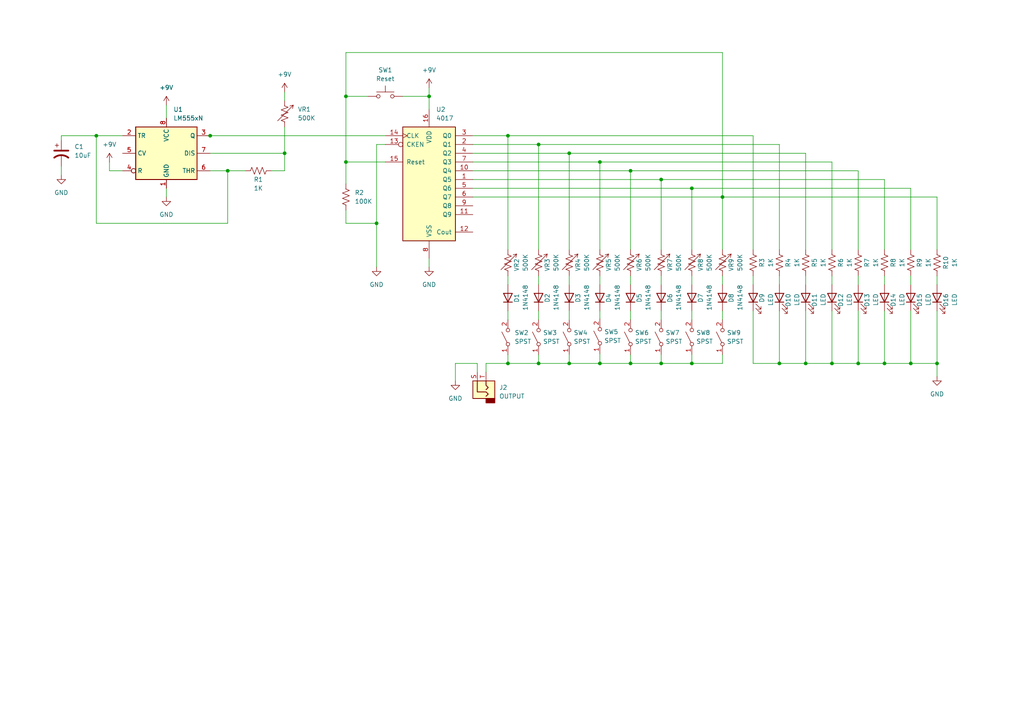
<source format=kicad_sch>
(kicad_sch (version 20230121) (generator eeschema)

  (uuid 9538e4ed-27e6-4c37-b989-9859dc0d49e8)

  (paper "A4")

  (lib_symbols
    (symbol "4xxx:4017" (pin_names (offset 1.016)) (in_bom yes) (on_board yes)
      (property "Reference" "U" (at -7.62 16.51 0)
        (effects (font (size 1.27 1.27)))
      )
      (property "Value" "4017" (at -7.62 -19.05 0)
        (effects (font (size 1.27 1.27)))
      )
      (property "Footprint" "" (at 0 0 0)
        (effects (font (size 1.27 1.27)) hide)
      )
      (property "Datasheet" "http://www.intersil.com/content/dam/Intersil/documents/cd40/cd4017bms-22bms.pdf" (at 0 0 0)
        (effects (font (size 1.27 1.27)) hide)
      )
      (property "ki_locked" "" (at 0 0 0)
        (effects (font (size 1.27 1.27)))
      )
      (property "ki_keywords" "CNT CNT10" (at 0 0 0)
        (effects (font (size 1.27 1.27)) hide)
      )
      (property "ki_description" "Johnson Counter ( 10 outputs )" (at 0 0 0)
        (effects (font (size 1.27 1.27)) hide)
      )
      (property "ki_fp_filters" "DIP?16*" (at 0 0 0)
        (effects (font (size 1.27 1.27)) hide)
      )
      (symbol "4017_1_0"
        (pin output line (at 12.7 0 180) (length 5.08)
          (name "Q5" (effects (font (size 1.27 1.27))))
          (number "1" (effects (font (size 1.27 1.27))))
        )
        (pin output line (at 12.7 2.54 180) (length 5.08)
          (name "Q4" (effects (font (size 1.27 1.27))))
          (number "10" (effects (font (size 1.27 1.27))))
        )
        (pin output line (at 12.7 -10.16 180) (length 5.08)
          (name "Q9" (effects (font (size 1.27 1.27))))
          (number "11" (effects (font (size 1.27 1.27))))
        )
        (pin output line (at 12.7 -15.24 180) (length 5.08)
          (name "Cout" (effects (font (size 1.27 1.27))))
          (number "12" (effects (font (size 1.27 1.27))))
        )
        (pin input inverted (at -12.7 10.16 0) (length 5.08)
          (name "CKEN" (effects (font (size 1.27 1.27))))
          (number "13" (effects (font (size 1.27 1.27))))
        )
        (pin input clock (at -12.7 12.7 0) (length 5.08)
          (name "CLK" (effects (font (size 1.27 1.27))))
          (number "14" (effects (font (size 1.27 1.27))))
        )
        (pin input line (at -12.7 5.08 0) (length 5.08)
          (name "Reset" (effects (font (size 1.27 1.27))))
          (number "15" (effects (font (size 1.27 1.27))))
        )
        (pin power_in line (at 0 20.32 270) (length 5.08)
          (name "VDD" (effects (font (size 1.27 1.27))))
          (number "16" (effects (font (size 1.27 1.27))))
        )
        (pin output line (at 12.7 10.16 180) (length 5.08)
          (name "Q1" (effects (font (size 1.27 1.27))))
          (number "2" (effects (font (size 1.27 1.27))))
        )
        (pin output line (at 12.7 12.7 180) (length 5.08)
          (name "Q0" (effects (font (size 1.27 1.27))))
          (number "3" (effects (font (size 1.27 1.27))))
        )
        (pin output line (at 12.7 7.62 180) (length 5.08)
          (name "Q2" (effects (font (size 1.27 1.27))))
          (number "4" (effects (font (size 1.27 1.27))))
        )
        (pin output line (at 12.7 -2.54 180) (length 5.08)
          (name "Q6" (effects (font (size 1.27 1.27))))
          (number "5" (effects (font (size 1.27 1.27))))
        )
        (pin output line (at 12.7 -5.08 180) (length 5.08)
          (name "Q7" (effects (font (size 1.27 1.27))))
          (number "6" (effects (font (size 1.27 1.27))))
        )
        (pin output line (at 12.7 5.08 180) (length 5.08)
          (name "Q3" (effects (font (size 1.27 1.27))))
          (number "7" (effects (font (size 1.27 1.27))))
        )
        (pin power_in line (at 0 -22.86 90) (length 5.08)
          (name "VSS" (effects (font (size 1.27 1.27))))
          (number "8" (effects (font (size 1.27 1.27))))
        )
        (pin output line (at 12.7 -7.62 180) (length 5.08)
          (name "Q8" (effects (font (size 1.27 1.27))))
          (number "9" (effects (font (size 1.27 1.27))))
        )
      )
      (symbol "4017_1_1"
        (rectangle (start -7.62 15.24) (end 7.62 -17.78)
          (stroke (width 0.254) (type default))
          (fill (type background))
        )
      )
    )
    (symbol "Connector:AudioJack2" (in_bom yes) (on_board yes)
      (property "Reference" "J" (at 0 8.89 0)
        (effects (font (size 1.27 1.27)))
      )
      (property "Value" "AudioJack2" (at 0 6.35 0)
        (effects (font (size 1.27 1.27)))
      )
      (property "Footprint" "" (at 0 0 0)
        (effects (font (size 1.27 1.27)) hide)
      )
      (property "Datasheet" "~" (at 0 0 0)
        (effects (font (size 1.27 1.27)) hide)
      )
      (property "ki_keywords" "audio jack receptacle mono phone headphone TS connector" (at 0 0 0)
        (effects (font (size 1.27 1.27)) hide)
      )
      (property "ki_description" "Audio Jack, 2 Poles (Mono / TS)" (at 0 0 0)
        (effects (font (size 1.27 1.27)) hide)
      )
      (property "ki_fp_filters" "Jack*" (at 0 0 0)
        (effects (font (size 1.27 1.27)) hide)
      )
      (symbol "AudioJack2_0_1"
        (rectangle (start -3.81 0) (end -2.54 -2.54)
          (stroke (width 0.254) (type default))
          (fill (type outline))
        )
        (rectangle (start -2.54 3.81) (end 2.54 -2.54)
          (stroke (width 0.254) (type default))
          (fill (type background))
        )
        (polyline
          (pts
            (xy 0 0)
            (xy 0.635 -0.635)
            (xy 1.27 0)
            (xy 2.54 0)
          )
          (stroke (width 0.254) (type default))
          (fill (type none))
        )
        (polyline
          (pts
            (xy 2.54 2.54)
            (xy -0.635 2.54)
            (xy -0.635 0)
            (xy -1.27 -0.635)
            (xy -1.905 0)
          )
          (stroke (width 0.254) (type default))
          (fill (type none))
        )
      )
      (symbol "AudioJack2_1_1"
        (pin passive line (at 5.08 2.54 180) (length 2.54)
          (name "~" (effects (font (size 1.27 1.27))))
          (number "S" (effects (font (size 1.27 1.27))))
        )
        (pin passive line (at 5.08 0 180) (length 2.54)
          (name "~" (effects (font (size 1.27 1.27))))
          (number "T" (effects (font (size 1.27 1.27))))
        )
      )
    )
    (symbol "Device:C_Polarized_US" (pin_numbers hide) (pin_names (offset 0.254) hide) (in_bom yes) (on_board yes)
      (property "Reference" "C" (at 0.635 2.54 0)
        (effects (font (size 1.27 1.27)) (justify left))
      )
      (property "Value" "C_Polarized_US" (at 0.635 -2.54 0)
        (effects (font (size 1.27 1.27)) (justify left))
      )
      (property "Footprint" "" (at 0 0 0)
        (effects (font (size 1.27 1.27)) hide)
      )
      (property "Datasheet" "~" (at 0 0 0)
        (effects (font (size 1.27 1.27)) hide)
      )
      (property "ki_keywords" "cap capacitor" (at 0 0 0)
        (effects (font (size 1.27 1.27)) hide)
      )
      (property "ki_description" "Polarized capacitor, US symbol" (at 0 0 0)
        (effects (font (size 1.27 1.27)) hide)
      )
      (property "ki_fp_filters" "CP_*" (at 0 0 0)
        (effects (font (size 1.27 1.27)) hide)
      )
      (symbol "C_Polarized_US_0_1"
        (polyline
          (pts
            (xy -2.032 0.762)
            (xy 2.032 0.762)
          )
          (stroke (width 0.508) (type default))
          (fill (type none))
        )
        (polyline
          (pts
            (xy -1.778 2.286)
            (xy -0.762 2.286)
          )
          (stroke (width 0) (type default))
          (fill (type none))
        )
        (polyline
          (pts
            (xy -1.27 1.778)
            (xy -1.27 2.794)
          )
          (stroke (width 0) (type default))
          (fill (type none))
        )
        (arc (start 2.032 -1.27) (mid 0 -0.5572) (end -2.032 -1.27)
          (stroke (width 0.508) (type default))
          (fill (type none))
        )
      )
      (symbol "C_Polarized_US_1_1"
        (pin passive line (at 0 3.81 270) (length 2.794)
          (name "~" (effects (font (size 1.27 1.27))))
          (number "1" (effects (font (size 1.27 1.27))))
        )
        (pin passive line (at 0 -3.81 90) (length 3.302)
          (name "~" (effects (font (size 1.27 1.27))))
          (number "2" (effects (font (size 1.27 1.27))))
        )
      )
    )
    (symbol "Device:LED" (pin_numbers hide) (pin_names (offset 1.016) hide) (in_bom yes) (on_board yes)
      (property "Reference" "D" (at 0 2.54 0)
        (effects (font (size 1.27 1.27)))
      )
      (property "Value" "LED" (at 0 -2.54 0)
        (effects (font (size 1.27 1.27)))
      )
      (property "Footprint" "" (at 0 0 0)
        (effects (font (size 1.27 1.27)) hide)
      )
      (property "Datasheet" "~" (at 0 0 0)
        (effects (font (size 1.27 1.27)) hide)
      )
      (property "ki_keywords" "LED diode" (at 0 0 0)
        (effects (font (size 1.27 1.27)) hide)
      )
      (property "ki_description" "Light emitting diode" (at 0 0 0)
        (effects (font (size 1.27 1.27)) hide)
      )
      (property "ki_fp_filters" "LED* LED_SMD:* LED_THT:*" (at 0 0 0)
        (effects (font (size 1.27 1.27)) hide)
      )
      (symbol "LED_0_1"
        (polyline
          (pts
            (xy -1.27 -1.27)
            (xy -1.27 1.27)
          )
          (stroke (width 0.254) (type default))
          (fill (type none))
        )
        (polyline
          (pts
            (xy -1.27 0)
            (xy 1.27 0)
          )
          (stroke (width 0) (type default))
          (fill (type none))
        )
        (polyline
          (pts
            (xy 1.27 -1.27)
            (xy 1.27 1.27)
            (xy -1.27 0)
            (xy 1.27 -1.27)
          )
          (stroke (width 0.254) (type default))
          (fill (type none))
        )
        (polyline
          (pts
            (xy -3.048 -0.762)
            (xy -4.572 -2.286)
            (xy -3.81 -2.286)
            (xy -4.572 -2.286)
            (xy -4.572 -1.524)
          )
          (stroke (width 0) (type default))
          (fill (type none))
        )
        (polyline
          (pts
            (xy -1.778 -0.762)
            (xy -3.302 -2.286)
            (xy -2.54 -2.286)
            (xy -3.302 -2.286)
            (xy -3.302 -1.524)
          )
          (stroke (width 0) (type default))
          (fill (type none))
        )
      )
      (symbol "LED_1_1"
        (pin passive line (at -3.81 0 0) (length 2.54)
          (name "K" (effects (font (size 1.27 1.27))))
          (number "1" (effects (font (size 1.27 1.27))))
        )
        (pin passive line (at 3.81 0 180) (length 2.54)
          (name "A" (effects (font (size 1.27 1.27))))
          (number "2" (effects (font (size 1.27 1.27))))
        )
      )
    )
    (symbol "Device:R_US" (pin_numbers hide) (pin_names (offset 0)) (in_bom yes) (on_board yes)
      (property "Reference" "R" (at 2.54 0 90)
        (effects (font (size 1.27 1.27)))
      )
      (property "Value" "R_US" (at -2.54 0 90)
        (effects (font (size 1.27 1.27)))
      )
      (property "Footprint" "" (at 1.016 -0.254 90)
        (effects (font (size 1.27 1.27)) hide)
      )
      (property "Datasheet" "~" (at 0 0 0)
        (effects (font (size 1.27 1.27)) hide)
      )
      (property "ki_keywords" "R res resistor" (at 0 0 0)
        (effects (font (size 1.27 1.27)) hide)
      )
      (property "ki_description" "Resistor, US symbol" (at 0 0 0)
        (effects (font (size 1.27 1.27)) hide)
      )
      (property "ki_fp_filters" "R_*" (at 0 0 0)
        (effects (font (size 1.27 1.27)) hide)
      )
      (symbol "R_US_0_1"
        (polyline
          (pts
            (xy 0 -2.286)
            (xy 0 -2.54)
          )
          (stroke (width 0) (type default))
          (fill (type none))
        )
        (polyline
          (pts
            (xy 0 2.286)
            (xy 0 2.54)
          )
          (stroke (width 0) (type default))
          (fill (type none))
        )
        (polyline
          (pts
            (xy 0 -0.762)
            (xy 1.016 -1.143)
            (xy 0 -1.524)
            (xy -1.016 -1.905)
            (xy 0 -2.286)
          )
          (stroke (width 0) (type default))
          (fill (type none))
        )
        (polyline
          (pts
            (xy 0 0.762)
            (xy 1.016 0.381)
            (xy 0 0)
            (xy -1.016 -0.381)
            (xy 0 -0.762)
          )
          (stroke (width 0) (type default))
          (fill (type none))
        )
        (polyline
          (pts
            (xy 0 2.286)
            (xy 1.016 1.905)
            (xy 0 1.524)
            (xy -1.016 1.143)
            (xy 0 0.762)
          )
          (stroke (width 0) (type default))
          (fill (type none))
        )
      )
      (symbol "R_US_1_1"
        (pin passive line (at 0 3.81 270) (length 1.27)
          (name "~" (effects (font (size 1.27 1.27))))
          (number "1" (effects (font (size 1.27 1.27))))
        )
        (pin passive line (at 0 -3.81 90) (length 1.27)
          (name "~" (effects (font (size 1.27 1.27))))
          (number "2" (effects (font (size 1.27 1.27))))
        )
      )
    )
    (symbol "Device:R_Variable_US" (pin_numbers hide) (pin_names (offset 0)) (in_bom yes) (on_board yes)
      (property "Reference" "R" (at 2.54 -2.54 90)
        (effects (font (size 1.27 1.27)) (justify left))
      )
      (property "Value" "R_Variable_US" (at -2.54 -1.27 90)
        (effects (font (size 1.27 1.27)) (justify left))
      )
      (property "Footprint" "" (at -1.778 0 90)
        (effects (font (size 1.27 1.27)) hide)
      )
      (property "Datasheet" "~" (at 0 0 0)
        (effects (font (size 1.27 1.27)) hide)
      )
      (property "ki_keywords" "R res resistor variable potentiometer rheostat" (at 0 0 0)
        (effects (font (size 1.27 1.27)) hide)
      )
      (property "ki_description" "Variable resistor, US symbol" (at 0 0 0)
        (effects (font (size 1.27 1.27)) hide)
      )
      (property "ki_fp_filters" "R_*" (at 0 0 0)
        (effects (font (size 1.27 1.27)) hide)
      )
      (symbol "R_Variable_US_0_1"
        (polyline
          (pts
            (xy 0 -2.286)
            (xy 0 -2.54)
          )
          (stroke (width 0) (type default))
          (fill (type none))
        )
        (polyline
          (pts
            (xy 0 2.286)
            (xy 0 2.54)
          )
          (stroke (width 0) (type default))
          (fill (type none))
        )
        (polyline
          (pts
            (xy 0 -0.762)
            (xy 1.016 -1.143)
            (xy 0 -1.524)
            (xy -1.016 -1.905)
            (xy 0 -2.286)
          )
          (stroke (width 0) (type default))
          (fill (type none))
        )
        (polyline
          (pts
            (xy 0 0.762)
            (xy 1.016 0.381)
            (xy 0 0)
            (xy -1.016 -0.381)
            (xy 0 -0.762)
          )
          (stroke (width 0) (type default))
          (fill (type none))
        )
        (polyline
          (pts
            (xy 0 2.286)
            (xy 1.016 1.905)
            (xy 0 1.524)
            (xy -1.016 1.143)
            (xy 0 0.762)
          )
          (stroke (width 0.1524) (type default))
          (fill (type none))
        )
        (polyline
          (pts
            (xy 2.286 1.524)
            (xy 2.54 2.54)
            (xy 1.524 2.286)
            (xy 2.54 2.54)
            (xy -2.032 -2.032)
          )
          (stroke (width 0.1524) (type default))
          (fill (type none))
        )
      )
      (symbol "R_Variable_US_1_1"
        (pin passive line (at 0 3.81 270) (length 1.27)
          (name "~" (effects (font (size 1.27 1.27))))
          (number "1" (effects (font (size 1.27 1.27))))
        )
        (pin passive line (at 0 -3.81 90) (length 1.27)
          (name "~" (effects (font (size 1.27 1.27))))
          (number "2" (effects (font (size 1.27 1.27))))
        )
      )
    )
    (symbol "Diode:1N4148" (pin_numbers hide) (pin_names (offset 1.016) hide) (in_bom yes) (on_board yes)
      (property "Reference" "D" (at 0 2.54 0)
        (effects (font (size 1.27 1.27)))
      )
      (property "Value" "1N4148" (at 0 -2.54 0)
        (effects (font (size 1.27 1.27)))
      )
      (property "Footprint" "Diode_THT:D_DO-35_SOD27_P7.62mm_Horizontal" (at 0 -4.445 0)
        (effects (font (size 1.27 1.27)) hide)
      )
      (property "Datasheet" "https://assets.nexperia.com/documents/data-sheet/1N4148_1N4448.pdf" (at 0 0 0)
        (effects (font (size 1.27 1.27)) hide)
      )
      (property "ki_keywords" "diode" (at 0 0 0)
        (effects (font (size 1.27 1.27)) hide)
      )
      (property "ki_description" "100V 0.15A standard switching diode, DO-35" (at 0 0 0)
        (effects (font (size 1.27 1.27)) hide)
      )
      (property "ki_fp_filters" "D*DO?35*" (at 0 0 0)
        (effects (font (size 1.27 1.27)) hide)
      )
      (symbol "1N4148_0_1"
        (polyline
          (pts
            (xy -1.27 1.27)
            (xy -1.27 -1.27)
          )
          (stroke (width 0.254) (type default))
          (fill (type none))
        )
        (polyline
          (pts
            (xy 1.27 0)
            (xy -1.27 0)
          )
          (stroke (width 0) (type default))
          (fill (type none))
        )
        (polyline
          (pts
            (xy 1.27 1.27)
            (xy 1.27 -1.27)
            (xy -1.27 0)
            (xy 1.27 1.27)
          )
          (stroke (width 0.254) (type default))
          (fill (type none))
        )
      )
      (symbol "1N4148_1_1"
        (pin passive line (at -3.81 0 0) (length 2.54)
          (name "K" (effects (font (size 1.27 1.27))))
          (number "1" (effects (font (size 1.27 1.27))))
        )
        (pin passive line (at 3.81 0 180) (length 2.54)
          (name "A" (effects (font (size 1.27 1.27))))
          (number "2" (effects (font (size 1.27 1.27))))
        )
      )
    )
    (symbol "Switch:SW_Push" (pin_numbers hide) (pin_names (offset 1.016) hide) (in_bom yes) (on_board yes)
      (property "Reference" "SW" (at 1.27 2.54 0)
        (effects (font (size 1.27 1.27)) (justify left))
      )
      (property "Value" "SW_Push" (at 0 -1.524 0)
        (effects (font (size 1.27 1.27)))
      )
      (property "Footprint" "" (at 0 5.08 0)
        (effects (font (size 1.27 1.27)) hide)
      )
      (property "Datasheet" "~" (at 0 5.08 0)
        (effects (font (size 1.27 1.27)) hide)
      )
      (property "ki_keywords" "switch normally-open pushbutton push-button" (at 0 0 0)
        (effects (font (size 1.27 1.27)) hide)
      )
      (property "ki_description" "Push button switch, generic, two pins" (at 0 0 0)
        (effects (font (size 1.27 1.27)) hide)
      )
      (symbol "SW_Push_0_1"
        (circle (center -2.032 0) (radius 0.508)
          (stroke (width 0) (type default))
          (fill (type none))
        )
        (polyline
          (pts
            (xy 0 1.27)
            (xy 0 3.048)
          )
          (stroke (width 0) (type default))
          (fill (type none))
        )
        (polyline
          (pts
            (xy 2.54 1.27)
            (xy -2.54 1.27)
          )
          (stroke (width 0) (type default))
          (fill (type none))
        )
        (circle (center 2.032 0) (radius 0.508)
          (stroke (width 0) (type default))
          (fill (type none))
        )
        (pin passive line (at -5.08 0 0) (length 2.54)
          (name "1" (effects (font (size 1.27 1.27))))
          (number "1" (effects (font (size 1.27 1.27))))
        )
        (pin passive line (at 5.08 0 180) (length 2.54)
          (name "2" (effects (font (size 1.27 1.27))))
          (number "2" (effects (font (size 1.27 1.27))))
        )
      )
    )
    (symbol "Switch:SW_SPST" (pin_names (offset 0) hide) (in_bom yes) (on_board yes)
      (property "Reference" "SW" (at 0 3.175 0)
        (effects (font (size 1.27 1.27)))
      )
      (property "Value" "SW_SPST" (at 0 -2.54 0)
        (effects (font (size 1.27 1.27)))
      )
      (property "Footprint" "" (at 0 0 0)
        (effects (font (size 1.27 1.27)) hide)
      )
      (property "Datasheet" "~" (at 0 0 0)
        (effects (font (size 1.27 1.27)) hide)
      )
      (property "ki_keywords" "switch lever" (at 0 0 0)
        (effects (font (size 1.27 1.27)) hide)
      )
      (property "ki_description" "Single Pole Single Throw (SPST) switch" (at 0 0 0)
        (effects (font (size 1.27 1.27)) hide)
      )
      (symbol "SW_SPST_0_0"
        (circle (center -2.032 0) (radius 0.508)
          (stroke (width 0) (type default))
          (fill (type none))
        )
        (polyline
          (pts
            (xy -1.524 0.254)
            (xy 1.524 1.778)
          )
          (stroke (width 0) (type default))
          (fill (type none))
        )
        (circle (center 2.032 0) (radius 0.508)
          (stroke (width 0) (type default))
          (fill (type none))
        )
      )
      (symbol "SW_SPST_1_1"
        (pin passive line (at -5.08 0 0) (length 2.54)
          (name "A" (effects (font (size 1.27 1.27))))
          (number "1" (effects (font (size 1.27 1.27))))
        )
        (pin passive line (at 5.08 0 180) (length 2.54)
          (name "B" (effects (font (size 1.27 1.27))))
          (number "2" (effects (font (size 1.27 1.27))))
        )
      )
    )
    (symbol "Timer:LM555xN" (in_bom yes) (on_board yes)
      (property "Reference" "U" (at -10.16 8.89 0)
        (effects (font (size 1.27 1.27)) (justify left))
      )
      (property "Value" "LM555xN" (at 2.54 8.89 0)
        (effects (font (size 1.27 1.27)) (justify left))
      )
      (property "Footprint" "Package_DIP:DIP-8_W7.62mm" (at 16.51 -10.16 0)
        (effects (font (size 1.27 1.27)) hide)
      )
      (property "Datasheet" "http://www.ti.com/lit/ds/symlink/lm555.pdf" (at 21.59 -10.16 0)
        (effects (font (size 1.27 1.27)) hide)
      )
      (property "ki_keywords" "single timer 555" (at 0 0 0)
        (effects (font (size 1.27 1.27)) hide)
      )
      (property "ki_description" "Timer, 555 compatible, PDIP-8" (at 0 0 0)
        (effects (font (size 1.27 1.27)) hide)
      )
      (property "ki_fp_filters" "DIP*W7.62mm*" (at 0 0 0)
        (effects (font (size 1.27 1.27)) hide)
      )
      (symbol "LM555xN_0_0"
        (pin power_in line (at 0 -10.16 90) (length 2.54)
          (name "GND" (effects (font (size 1.27 1.27))))
          (number "1" (effects (font (size 1.27 1.27))))
        )
        (pin power_in line (at 0 10.16 270) (length 2.54)
          (name "VCC" (effects (font (size 1.27 1.27))))
          (number "8" (effects (font (size 1.27 1.27))))
        )
      )
      (symbol "LM555xN_0_1"
        (rectangle (start -8.89 -7.62) (end 8.89 7.62)
          (stroke (width 0.254) (type default))
          (fill (type background))
        )
        (rectangle (start -8.89 -7.62) (end 8.89 7.62)
          (stroke (width 0.254) (type default))
          (fill (type background))
        )
      )
      (symbol "LM555xN_1_1"
        (pin input line (at -12.7 5.08 0) (length 3.81)
          (name "TR" (effects (font (size 1.27 1.27))))
          (number "2" (effects (font (size 1.27 1.27))))
        )
        (pin output line (at 12.7 5.08 180) (length 3.81)
          (name "Q" (effects (font (size 1.27 1.27))))
          (number "3" (effects (font (size 1.27 1.27))))
        )
        (pin input inverted (at -12.7 -5.08 0) (length 3.81)
          (name "R" (effects (font (size 1.27 1.27))))
          (number "4" (effects (font (size 1.27 1.27))))
        )
        (pin input line (at -12.7 0 0) (length 3.81)
          (name "CV" (effects (font (size 1.27 1.27))))
          (number "5" (effects (font (size 1.27 1.27))))
        )
        (pin input line (at 12.7 -5.08 180) (length 3.81)
          (name "THR" (effects (font (size 1.27 1.27))))
          (number "6" (effects (font (size 1.27 1.27))))
        )
        (pin input line (at 12.7 0 180) (length 3.81)
          (name "DIS" (effects (font (size 1.27 1.27))))
          (number "7" (effects (font (size 1.27 1.27))))
        )
      )
    )
    (symbol "power:+9V" (power) (pin_names (offset 0)) (in_bom yes) (on_board yes)
      (property "Reference" "#PWR" (at 0 -3.81 0)
        (effects (font (size 1.27 1.27)) hide)
      )
      (property "Value" "+9V" (at 0 3.556 0)
        (effects (font (size 1.27 1.27)))
      )
      (property "Footprint" "" (at 0 0 0)
        (effects (font (size 1.27 1.27)) hide)
      )
      (property "Datasheet" "" (at 0 0 0)
        (effects (font (size 1.27 1.27)) hide)
      )
      (property "ki_keywords" "power-flag" (at 0 0 0)
        (effects (font (size 1.27 1.27)) hide)
      )
      (property "ki_description" "Power symbol creates a global label with name \"+9V\"" (at 0 0 0)
        (effects (font (size 1.27 1.27)) hide)
      )
      (symbol "+9V_0_1"
        (polyline
          (pts
            (xy -0.762 1.27)
            (xy 0 2.54)
          )
          (stroke (width 0) (type default))
          (fill (type none))
        )
        (polyline
          (pts
            (xy 0 0)
            (xy 0 2.54)
          )
          (stroke (width 0) (type default))
          (fill (type none))
        )
        (polyline
          (pts
            (xy 0 2.54)
            (xy 0.762 1.27)
          )
          (stroke (width 0) (type default))
          (fill (type none))
        )
      )
      (symbol "+9V_1_1"
        (pin power_in line (at 0 0 90) (length 0) hide
          (name "+9V" (effects (font (size 1.27 1.27))))
          (number "1" (effects (font (size 1.27 1.27))))
        )
      )
    )
    (symbol "power:GND" (power) (pin_names (offset 0)) (in_bom yes) (on_board yes)
      (property "Reference" "#PWR" (at 0 -6.35 0)
        (effects (font (size 1.27 1.27)) hide)
      )
      (property "Value" "GND" (at 0 -3.81 0)
        (effects (font (size 1.27 1.27)))
      )
      (property "Footprint" "" (at 0 0 0)
        (effects (font (size 1.27 1.27)) hide)
      )
      (property "Datasheet" "" (at 0 0 0)
        (effects (font (size 1.27 1.27)) hide)
      )
      (property "ki_keywords" "power-flag" (at 0 0 0)
        (effects (font (size 1.27 1.27)) hide)
      )
      (property "ki_description" "Power symbol creates a global label with name \"GND\" , ground" (at 0 0 0)
        (effects (font (size 1.27 1.27)) hide)
      )
      (symbol "GND_0_1"
        (polyline
          (pts
            (xy 0 0)
            (xy 0 -1.27)
            (xy 1.27 -1.27)
            (xy 0 -2.54)
            (xy -1.27 -1.27)
            (xy 0 -1.27)
          )
          (stroke (width 0) (type default))
          (fill (type none))
        )
      )
      (symbol "GND_1_1"
        (pin power_in line (at 0 0 270) (length 0) hide
          (name "GND" (effects (font (size 1.27 1.27))))
          (number "1" (effects (font (size 1.27 1.27))))
        )
      )
    )
  )

  (junction (at 226.06 105.41) (diameter 0) (color 0 0 0 0)
    (uuid 025473cf-2b95-4de0-9937-e29c9ede6f8e)
  )
  (junction (at 271.78 105.41) (diameter 0) (color 0 0 0 0)
    (uuid 0447a98f-6f13-41d4-b6fe-813caca7d3cf)
  )
  (junction (at 27.94 39.37) (diameter 0) (color 0 0 0 0)
    (uuid 2210b457-d3dc-481a-9f80-ec12145bcad7)
  )
  (junction (at 264.16 105.41) (diameter 0) (color 0 0 0 0)
    (uuid 2add109d-3a15-4e86-ac64-ec537638b9d0)
  )
  (junction (at 248.92 105.41) (diameter 0) (color 0 0 0 0)
    (uuid 2b6cc069-ba8f-42d1-a010-6a9745cc47f1)
  )
  (junction (at 165.1 105.41) (diameter 0) (color 0 0 0 0)
    (uuid 307187f7-4a59-4aa0-8c12-059f264d888a)
  )
  (junction (at 233.68 105.41) (diameter 0) (color 0 0 0 0)
    (uuid 33435998-922c-417d-a71c-918dae0fe33d)
  )
  (junction (at 173.99 105.41) (diameter 0) (color 0 0 0 0)
    (uuid 34721811-f46d-45a1-a136-2212f7ec354f)
  )
  (junction (at 100.33 46.99) (diameter 0) (color 0 0 0 0)
    (uuid 3c07b601-1c7c-410a-b530-0f0884d5d423)
  )
  (junction (at 173.99 46.99) (diameter 0) (color 0 0 0 0)
    (uuid 3d672536-7093-4991-964c-b79a16d41bc7)
  )
  (junction (at 147.32 39.37) (diameter 0) (color 0 0 0 0)
    (uuid 3e392315-6916-4f55-98b9-fb5916fd3bd8)
  )
  (junction (at 200.66 54.61) (diameter 0) (color 0 0 0 0)
    (uuid 46fb4450-0e03-4c58-abb5-449093b77ccd)
  )
  (junction (at 200.66 105.41) (diameter 0) (color 0 0 0 0)
    (uuid 56e3f06f-ccda-4f3b-a5b9-e4eb91874aa6)
  )
  (junction (at 66.04 49.53) (diameter 0) (color 0 0 0 0)
    (uuid 5d718e46-5503-435e-9c70-3104c493dde6)
  )
  (junction (at 209.55 57.15) (diameter 0) (color 0 0 0 0)
    (uuid 6a16ef68-0358-456a-9fa7-3fd1e46f75d2)
  )
  (junction (at 156.21 41.91) (diameter 0) (color 0 0 0 0)
    (uuid 7abe6777-aa5d-48dd-9c1e-4709c7458cc3)
  )
  (junction (at 100.33 27.94) (diameter 0) (color 0 0 0 0)
    (uuid 7e5d3c1a-6f54-4904-bac6-88c8cd62f4c7)
  )
  (junction (at 241.3 105.41) (diameter 0) (color 0 0 0 0)
    (uuid 89594ace-65b8-48c2-8a1f-c4827e35e0a2)
  )
  (junction (at 60.96 39.37) (diameter 0) (color 0 0 0 0)
    (uuid 8be3c51d-b410-44fc-8377-0806a62c272d)
  )
  (junction (at 82.55 44.45) (diameter 0) (color 0 0 0 0)
    (uuid 90377d91-994f-4670-861a-84b558869e3e)
  )
  (junction (at 182.88 49.53) (diameter 0) (color 0 0 0 0)
    (uuid 9d46ed93-3e93-49ed-aa28-ee27655f3943)
  )
  (junction (at 191.77 105.41) (diameter 0) (color 0 0 0 0)
    (uuid a2f7ba72-23c2-466b-91d2-e50d0cb03da2)
  )
  (junction (at 109.22 64.77) (diameter 0) (color 0 0 0 0)
    (uuid a8bf4b2e-beb2-4ee3-bab0-b74f2bc0bb0f)
  )
  (junction (at 147.32 105.41) (diameter 0) (color 0 0 0 0)
    (uuid ad2bf73e-dce2-4b2f-98b6-80495c53bda8)
  )
  (junction (at 182.88 105.41) (diameter 0) (color 0 0 0 0)
    (uuid c9a3df4e-c969-432d-9354-3c4d70697ebe)
  )
  (junction (at 165.1 44.45) (diameter 0) (color 0 0 0 0)
    (uuid cc80b69e-7cd0-4765-a0bd-18c5cbf90e1b)
  )
  (junction (at 256.54 105.41) (diameter 0) (color 0 0 0 0)
    (uuid d43e7c4d-716e-4ca7-ad0c-7cc282c698a8)
  )
  (junction (at 191.77 52.07) (diameter 0) (color 0 0 0 0)
    (uuid e4cc98d9-6cc6-4e4c-b070-4804cbcd37b4)
  )
  (junction (at 124.46 27.94) (diameter 0) (color 0 0 0 0)
    (uuid e82fa363-d9cb-45a3-8172-c063a6ad2903)
  )
  (junction (at 156.21 105.41) (diameter 0) (color 0 0 0 0)
    (uuid f490f907-bce0-4380-8844-0dbc91b739f5)
  )

  (wire (pts (xy 209.55 80.01) (xy 209.55 82.55))
    (stroke (width 0) (type default))
    (uuid 00397782-50e8-4068-878b-563332d2f69c)
  )
  (wire (pts (xy 27.94 39.37) (xy 27.94 64.77))
    (stroke (width 0) (type default))
    (uuid 00ccc738-8812-48fe-ab04-827e370835a1)
  )
  (wire (pts (xy 137.16 57.15) (xy 209.55 57.15))
    (stroke (width 0) (type default))
    (uuid 01115634-31b7-405b-b589-fbb1996aa73a)
  )
  (wire (pts (xy 200.66 80.01) (xy 200.66 82.55))
    (stroke (width 0) (type default))
    (uuid 013a562a-bc87-4c95-9784-6b8371963754)
  )
  (wire (pts (xy 100.33 27.94) (xy 106.68 27.94))
    (stroke (width 0) (type default))
    (uuid 01b89165-8318-449a-a58f-62d9425f58f2)
  )
  (wire (pts (xy 60.96 49.53) (xy 66.04 49.53))
    (stroke (width 0) (type default))
    (uuid 06d22473-dc48-423d-8218-8e968bcbb8a7)
  )
  (wire (pts (xy 248.92 90.17) (xy 248.92 105.41))
    (stroke (width 0) (type default))
    (uuid 108dc8dd-1ae0-4e2f-b778-6a8bbc7a800b)
  )
  (wire (pts (xy 200.66 54.61) (xy 264.16 54.61))
    (stroke (width 0) (type default))
    (uuid 1195e7fc-c771-47b2-ab7c-4ac27f776115)
  )
  (wire (pts (xy 147.32 102.87) (xy 147.32 105.41))
    (stroke (width 0) (type default))
    (uuid 19091b18-3e35-465c-9f41-86e793427df8)
  )
  (wire (pts (xy 137.16 44.45) (xy 165.1 44.45))
    (stroke (width 0) (type default))
    (uuid 193f4703-74dd-4903-a0c6-6ffffe54731e)
  )
  (wire (pts (xy 140.97 107.95) (xy 140.97 105.41))
    (stroke (width 0) (type default))
    (uuid 1c979930-586f-4fd9-8591-00b50e6b8b67)
  )
  (wire (pts (xy 218.44 105.41) (xy 226.06 105.41))
    (stroke (width 0) (type default))
    (uuid 1e71f99a-3d09-404e-b74a-b5e228d257b7)
  )
  (wire (pts (xy 27.94 64.77) (xy 66.04 64.77))
    (stroke (width 0) (type default))
    (uuid 1f304468-7bfc-4b46-acaf-b08b0a365674)
  )
  (wire (pts (xy 182.88 105.41) (xy 191.77 105.41))
    (stroke (width 0) (type default))
    (uuid 1fd07221-746a-40d6-a065-e40874cc12b1)
  )
  (wire (pts (xy 264.16 105.41) (xy 271.78 105.41))
    (stroke (width 0) (type default))
    (uuid 27ac4e97-d2a3-4170-aef4-a79c8e2e4fad)
  )
  (wire (pts (xy 191.77 52.07) (xy 256.54 52.07))
    (stroke (width 0) (type default))
    (uuid 28bb2d61-acfc-41aa-b93a-de3ad4e25098)
  )
  (wire (pts (xy 82.55 49.53) (xy 78.74 49.53))
    (stroke (width 0) (type default))
    (uuid 2b5aa795-0152-4996-b541-013bb6b7ba16)
  )
  (wire (pts (xy 173.99 90.17) (xy 173.99 92.449))
    (stroke (width 0) (type default))
    (uuid 2c7d9f05-9e50-4ccd-973b-1ca90d276637)
  )
  (wire (pts (xy 200.66 102.8406) (xy 200.66 105.41))
    (stroke (width 0) (type default))
    (uuid 2ccf3f24-0ce8-4f92-8b11-fe38175a5a56)
  )
  (wire (pts (xy 218.44 39.37) (xy 218.44 72.39))
    (stroke (width 0) (type default))
    (uuid 31575167-cb4d-43f7-8cf8-14da7533c719)
  )
  (wire (pts (xy 82.55 44.45) (xy 82.55 49.53))
    (stroke (width 0) (type default))
    (uuid 35b8e5b7-86db-4767-83b8-139f441e0d15)
  )
  (wire (pts (xy 218.44 80.01) (xy 218.44 82.55))
    (stroke (width 0) (type default))
    (uuid 363b576f-dd0b-43f0-96c2-8f8b7a260877)
  )
  (wire (pts (xy 100.33 15.24) (xy 209.55 15.24))
    (stroke (width 0) (type default))
    (uuid 3a0209fd-b7a9-488d-a974-f238fe1eab3b)
  )
  (wire (pts (xy 256.54 105.41) (xy 264.16 105.41))
    (stroke (width 0) (type default))
    (uuid 3b65f4ef-16c7-458f-8c45-9f3df78f3491)
  )
  (wire (pts (xy 17.78 48.26) (xy 17.78 50.8))
    (stroke (width 0) (type default))
    (uuid 3cf78aa8-2003-45ea-b5a8-3376373dcff6)
  )
  (wire (pts (xy 165.1 80.01) (xy 165.1 82.55))
    (stroke (width 0) (type default))
    (uuid 3d7c6444-8ff0-416e-8233-976b378abafb)
  )
  (wire (pts (xy 233.68 90.17) (xy 233.68 105.41))
    (stroke (width 0) (type default))
    (uuid 3f17c98c-86d5-44b1-be48-c779cc4fdb64)
  )
  (wire (pts (xy 209.55 90.17) (xy 209.55 92.71))
    (stroke (width 0) (type default))
    (uuid 3f484149-1684-4c5b-a136-ec084e7004ab)
  )
  (wire (pts (xy 226.06 80.01) (xy 226.06 82.55))
    (stroke (width 0) (type default))
    (uuid 3f6655eb-6e9a-4a3c-82e9-ac7c19650375)
  )
  (wire (pts (xy 226.06 105.41) (xy 233.68 105.41))
    (stroke (width 0) (type default))
    (uuid 4215cd39-11f7-4a64-9ca4-c0df9e79f9af)
  )
  (wire (pts (xy 60.96 44.45) (xy 82.55 44.45))
    (stroke (width 0) (type default))
    (uuid 49a06945-5f6d-4d7a-a919-d4d899abf35c)
  )
  (wire (pts (xy 66.04 49.53) (xy 71.12 49.53))
    (stroke (width 0) (type default))
    (uuid 4d85e756-fd1c-4ec4-9d20-3184bff3a8ef)
  )
  (wire (pts (xy 264.16 80.01) (xy 264.16 82.55))
    (stroke (width 0) (type default))
    (uuid 51649f9a-37cd-408e-9316-12a75dee2e7b)
  )
  (wire (pts (xy 137.16 46.99) (xy 173.99 46.99))
    (stroke (width 0) (type default))
    (uuid 543c7f36-80f8-4225-9783-94d48f35d766)
  )
  (wire (pts (xy 100.33 46.99) (xy 100.33 53.34))
    (stroke (width 0) (type default))
    (uuid 54c3243f-ef1d-4d60-a440-012cd22223b2)
  )
  (wire (pts (xy 100.33 27.94) (xy 100.33 46.99))
    (stroke (width 0) (type default))
    (uuid 57738875-9747-4771-81ce-edbf9f570df7)
  )
  (wire (pts (xy 165.1 105.41) (xy 173.99 105.41))
    (stroke (width 0) (type default))
    (uuid 5fc41b49-c579-433b-90eb-5156faf0acd6)
  )
  (wire (pts (xy 173.99 46.99) (xy 241.3 46.99))
    (stroke (width 0) (type default))
    (uuid 60039f13-a1c0-40c4-8050-5e51646e9a0d)
  )
  (wire (pts (xy 137.16 41.91) (xy 156.21 41.91))
    (stroke (width 0) (type default))
    (uuid 623d0576-35ab-4869-9fcc-4795cb7c05e7)
  )
  (wire (pts (xy 209.55 15.24) (xy 209.55 57.15))
    (stroke (width 0) (type default))
    (uuid 6567e463-89ca-494d-9b20-a674af45aa3b)
  )
  (wire (pts (xy 165.1 90.17) (xy 165.1 92.71))
    (stroke (width 0) (type default))
    (uuid 6668e2b7-ee21-4f49-ad86-450102a00c55)
  )
  (wire (pts (xy 147.32 39.37) (xy 218.44 39.37))
    (stroke (width 0) (type default))
    (uuid 6679cc88-f447-4b45-9395-20c9aa72fe6f)
  )
  (wire (pts (xy 256.54 80.01) (xy 256.54 82.55))
    (stroke (width 0) (type default))
    (uuid 66b3eb0f-d167-4cd8-8aa4-31d5bcca6ee9)
  )
  (wire (pts (xy 147.32 90.17) (xy 147.32 92.71))
    (stroke (width 0) (type default))
    (uuid 6b56b4b7-469c-46c9-9a35-0ea33151b428)
  )
  (wire (pts (xy 191.77 102.87) (xy 191.77 105.41))
    (stroke (width 0) (type default))
    (uuid 6d8d22c9-0a93-4774-b109-ed85718dee32)
  )
  (wire (pts (xy 173.99 102.609) (xy 173.99 105.41))
    (stroke (width 0) (type default))
    (uuid 6f187c38-b08b-49a7-97a2-506ef234bb9e)
  )
  (wire (pts (xy 209.55 57.15) (xy 209.55 72.39))
    (stroke (width 0) (type default))
    (uuid 6f2abb62-759f-47c7-8854-d4e2752bbc43)
  )
  (wire (pts (xy 138.43 105.41) (xy 132.08 105.41))
    (stroke (width 0) (type default))
    (uuid 70e26eb0-594f-4883-9dbb-eba6a0348aae)
  )
  (wire (pts (xy 256.54 90.17) (xy 256.54 105.41))
    (stroke (width 0) (type default))
    (uuid 71732fa1-f5f1-4968-9211-701bbcbddf6c)
  )
  (wire (pts (xy 137.16 49.53) (xy 182.88 49.53))
    (stroke (width 0) (type default))
    (uuid 7407956c-bf46-4ba9-baad-920ba17f047d)
  )
  (wire (pts (xy 27.94 39.37) (xy 35.56 39.37))
    (stroke (width 0) (type default))
    (uuid 75b4c34a-4107-468c-a439-4d3c6e840a4f)
  )
  (wire (pts (xy 31.75 46.99) (xy 31.75 49.53))
    (stroke (width 0) (type default))
    (uuid 76d0a5b5-747c-485c-bb15-58bc1d2a55e9)
  )
  (wire (pts (xy 200.66 54.61) (xy 200.66 72.39))
    (stroke (width 0) (type default))
    (uuid 77ece03e-cbad-462a-9e51-7a32de94a92e)
  )
  (wire (pts (xy 137.16 52.07) (xy 191.77 52.07))
    (stroke (width 0) (type default))
    (uuid 78f7e3c3-66ac-46ee-8d44-e103af8c20a7)
  )
  (wire (pts (xy 241.3 80.01) (xy 241.3 82.55))
    (stroke (width 0) (type default))
    (uuid 7943a0d8-c533-4f67-9780-f904daf6e83b)
  )
  (wire (pts (xy 100.33 15.24) (xy 100.33 27.94))
    (stroke (width 0) (type default))
    (uuid 7da181b6-89a6-47b5-8970-3a17d427e204)
  )
  (wire (pts (xy 48.26 30.48) (xy 48.26 34.29))
    (stroke (width 0) (type default))
    (uuid 819dd24f-7cf0-4abf-a675-57430a9f4cf3)
  )
  (wire (pts (xy 209.55 102.87) (xy 209.55 105.41))
    (stroke (width 0) (type default))
    (uuid 83d5e2bb-96fc-43c2-b8fd-974e3fe65612)
  )
  (wire (pts (xy 59.69 39.37) (xy 60.96 39.37))
    (stroke (width 0) (type default))
    (uuid 845a32c4-746a-431d-a0bf-ad2d20f6739b)
  )
  (wire (pts (xy 109.22 64.77) (xy 109.22 77.47))
    (stroke (width 0) (type default))
    (uuid 85ac3541-7a4e-4f83-af87-d9ba095d56c0)
  )
  (wire (pts (xy 233.68 44.45) (xy 233.68 72.39))
    (stroke (width 0) (type default))
    (uuid 860c9a75-6370-4f73-8d11-4ed9f4a06799)
  )
  (wire (pts (xy 241.3 90.17) (xy 241.3 105.41))
    (stroke (width 0) (type default))
    (uuid 87f92b1b-55d8-48da-85e7-635331202634)
  )
  (wire (pts (xy 82.55 26.67) (xy 82.55 29.21))
    (stroke (width 0) (type default))
    (uuid 889723f3-724d-4201-a841-1dfbc6dbd8bb)
  )
  (wire (pts (xy 100.33 46.99) (xy 111.76 46.99))
    (stroke (width 0) (type default))
    (uuid 8946bfe8-7c15-4f94-968f-b972fbadb2d3)
  )
  (wire (pts (xy 256.54 52.07) (xy 256.54 72.39))
    (stroke (width 0) (type default))
    (uuid 8a210660-4a38-4086-a80a-4bbcbccd1243)
  )
  (wire (pts (xy 60.96 39.37) (xy 111.76 39.37))
    (stroke (width 0) (type default))
    (uuid 8e9f9297-954d-4e45-b143-b228c31709b2)
  )
  (wire (pts (xy 17.78 40.64) (xy 17.78 39.37))
    (stroke (width 0) (type default))
    (uuid 8f6cf4a0-f3e9-435b-b228-587eaa7b70ad)
  )
  (wire (pts (xy 66.04 49.53) (xy 66.04 64.77))
    (stroke (width 0) (type default))
    (uuid 90b8652d-caa9-48b2-9a3d-b3ba5d131e46)
  )
  (wire (pts (xy 191.77 52.07) (xy 191.77 72.39))
    (stroke (width 0) (type default))
    (uuid 96edca26-2780-4f61-8c1f-cf7f0cf97efd)
  )
  (wire (pts (xy 31.75 49.53) (xy 35.56 49.53))
    (stroke (width 0) (type default))
    (uuid 9b33db79-b98e-4c51-8305-ed7f7bb70f13)
  )
  (wire (pts (xy 191.77 90.17) (xy 191.77 92.71))
    (stroke (width 0) (type default))
    (uuid 9dcfabce-e183-40b6-ab65-fb7f5d7be57a)
  )
  (wire (pts (xy 82.55 36.83) (xy 82.55 44.45))
    (stroke (width 0) (type default))
    (uuid a2e756fc-8676-457c-a9a9-b507fb7e35df)
  )
  (wire (pts (xy 165.1 44.45) (xy 165.1 72.39))
    (stroke (width 0) (type default))
    (uuid a2fed804-671f-410d-a197-d760b67ddff4)
  )
  (wire (pts (xy 137.16 54.61) (xy 200.66 54.61))
    (stroke (width 0) (type default))
    (uuid a45f0907-9e58-4e9f-bd6b-ec1b7cb6925c)
  )
  (wire (pts (xy 156.21 105.41) (xy 165.1 105.41))
    (stroke (width 0) (type default))
    (uuid a48126e5-3fcd-4c21-9d72-a26b30ab578f)
  )
  (wire (pts (xy 182.88 49.53) (xy 182.88 72.39))
    (stroke (width 0) (type default))
    (uuid a5776db9-999f-40df-8bab-d82138182840)
  )
  (wire (pts (xy 200.66 90.17) (xy 200.66 92.6806))
    (stroke (width 0) (type default))
    (uuid a71e95f1-afcc-402f-804e-bc7791306c32)
  )
  (wire (pts (xy 48.26 54.61) (xy 48.26 57.15))
    (stroke (width 0) (type default))
    (uuid aaa57c82-54a8-4940-a141-d8bf5068e4ff)
  )
  (wire (pts (xy 109.22 41.91) (xy 109.22 64.77))
    (stroke (width 0) (type default))
    (uuid aec4dfd2-32cb-4a4f-a1f1-7fd09d20fa6b)
  )
  (wire (pts (xy 156.21 102.87) (xy 156.21 105.41))
    (stroke (width 0) (type default))
    (uuid b06d8642-6064-4cf1-89bc-21c78c3193b1)
  )
  (wire (pts (xy 147.32 39.37) (xy 147.32 72.39))
    (stroke (width 0) (type default))
    (uuid b8edc2a5-d510-416f-bc27-1f0c499073bc)
  )
  (wire (pts (xy 271.78 80.01) (xy 271.78 82.55))
    (stroke (width 0) (type default))
    (uuid bc1b7a29-d3b1-4d25-b745-bffe12decd3b)
  )
  (wire (pts (xy 132.08 105.41) (xy 132.08 110.49))
    (stroke (width 0) (type default))
    (uuid bc9a8d1a-6ea7-498b-bea7-3372453dcc02)
  )
  (wire (pts (xy 173.99 80.01) (xy 173.99 82.55))
    (stroke (width 0) (type default))
    (uuid bcfa08c4-17d5-46f1-a9c9-fc7813fa8976)
  )
  (wire (pts (xy 271.78 57.15) (xy 271.78 72.39))
    (stroke (width 0) (type default))
    (uuid bd4f645a-2792-49ee-ac72-4a8eef261645)
  )
  (wire (pts (xy 233.68 105.41) (xy 241.3 105.41))
    (stroke (width 0) (type default))
    (uuid bdc0e942-0a65-43ce-aef9-927b287788d2)
  )
  (wire (pts (xy 100.33 60.96) (xy 100.33 64.77))
    (stroke (width 0) (type default))
    (uuid c362e8b2-2663-4c09-a790-c89cecf626e5)
  )
  (wire (pts (xy 17.78 39.37) (xy 27.94 39.37))
    (stroke (width 0) (type default))
    (uuid c73c118e-7661-41a2-a0bc-615a37c4e280)
  )
  (wire (pts (xy 182.88 90.17) (xy 182.88 92.71))
    (stroke (width 0) (type default))
    (uuid c79b2375-f835-42fa-b45f-831de8b18a9c)
  )
  (wire (pts (xy 182.88 49.53) (xy 248.92 49.53))
    (stroke (width 0) (type default))
    (uuid c7c70c8f-a75f-4c6b-9728-b3f74417ccb0)
  )
  (wire (pts (xy 124.46 25.4) (xy 124.46 27.94))
    (stroke (width 0) (type default))
    (uuid c901da40-55be-40fd-a264-8a36ae4a9dd0)
  )
  (wire (pts (xy 271.78 90.17) (xy 271.78 105.41))
    (stroke (width 0) (type default))
    (uuid c99923b2-dd36-4454-b9d3-b3801e026643)
  )
  (wire (pts (xy 241.3 105.41) (xy 248.92 105.41))
    (stroke (width 0) (type default))
    (uuid c9fbb5de-ca33-4625-87ef-7ee48a743872)
  )
  (wire (pts (xy 140.97 105.41) (xy 147.32 105.41))
    (stroke (width 0) (type default))
    (uuid cf474ee1-b1d7-4fbe-97ee-60a7f1611121)
  )
  (wire (pts (xy 156.21 90.17) (xy 156.21 92.71))
    (stroke (width 0) (type default))
    (uuid d1b44719-ebb3-45b5-8b35-3bc852ac1027)
  )
  (wire (pts (xy 218.44 90.17) (xy 218.44 105.41))
    (stroke (width 0) (type default))
    (uuid d1f15417-bbb2-4c26-9df8-6535592ca491)
  )
  (wire (pts (xy 111.76 41.91) (xy 109.22 41.91))
    (stroke (width 0) (type default))
    (uuid d3e44c93-fa02-4773-93d3-52d53bcab7a3)
  )
  (wire (pts (xy 137.16 39.37) (xy 147.32 39.37))
    (stroke (width 0) (type default))
    (uuid d3eca1e2-3fdf-4988-8350-4f51bebb53b8)
  )
  (wire (pts (xy 233.68 80.01) (xy 233.68 82.55))
    (stroke (width 0) (type default))
    (uuid d4bee3eb-962f-48c1-b884-86d3e706ab7f)
  )
  (wire (pts (xy 191.77 80.01) (xy 191.77 82.55))
    (stroke (width 0) (type default))
    (uuid d65cb85f-780d-4db1-b727-62d15afc8d82)
  )
  (wire (pts (xy 264.16 54.61) (xy 264.16 72.39))
    (stroke (width 0) (type default))
    (uuid d6d22455-524d-4ba2-9684-6552365b786c)
  )
  (wire (pts (xy 182.88 102.87) (xy 182.88 105.41))
    (stroke (width 0) (type default))
    (uuid d6dc54a7-2f3a-4686-a2a9-561136e615b0)
  )
  (wire (pts (xy 271.78 105.41) (xy 271.78 109.22))
    (stroke (width 0) (type default))
    (uuid d8637ff8-4ea8-4b55-ad67-a3a0b9913631)
  )
  (wire (pts (xy 209.55 57.15) (xy 271.78 57.15))
    (stroke (width 0) (type default))
    (uuid db2da8b6-8ba5-4fe1-9ca0-a37600fbd940)
  )
  (wire (pts (xy 165.1 44.45) (xy 233.68 44.45))
    (stroke (width 0) (type default))
    (uuid dd6e1489-6578-4513-9490-c5b4fdfdfa13)
  )
  (wire (pts (xy 248.92 105.41) (xy 256.54 105.41))
    (stroke (width 0) (type default))
    (uuid deb3481c-d7de-4833-8238-d5def37759ec)
  )
  (wire (pts (xy 124.46 27.94) (xy 124.46 31.75))
    (stroke (width 0) (type default))
    (uuid e0e9a877-9d32-4699-a3fa-9f6b6e440f32)
  )
  (wire (pts (xy 173.99 46.99) (xy 173.99 72.39))
    (stroke (width 0) (type default))
    (uuid e185b259-2845-462a-8879-344d1079e3fc)
  )
  (wire (pts (xy 156.21 41.91) (xy 156.21 72.39))
    (stroke (width 0) (type default))
    (uuid e5326df3-a12f-4078-a0c9-ca3898a7ed89)
  )
  (wire (pts (xy 226.06 41.91) (xy 226.06 72.39))
    (stroke (width 0) (type default))
    (uuid e54ed2d1-7fe3-42f0-8ae1-c554692ae4eb)
  )
  (wire (pts (xy 241.3 46.99) (xy 241.3 72.39))
    (stroke (width 0) (type default))
    (uuid e62b905f-032a-4dce-869a-24b135155320)
  )
  (wire (pts (xy 100.33 64.77) (xy 109.22 64.77))
    (stroke (width 0) (type default))
    (uuid e64f8da0-9a4b-48b0-877b-3eecd86358c9)
  )
  (wire (pts (xy 138.43 107.95) (xy 138.43 105.41))
    (stroke (width 0) (type default))
    (uuid e81b9fea-c146-4db3-8a49-4c6ab410a761)
  )
  (wire (pts (xy 182.88 80.01) (xy 182.88 82.55))
    (stroke (width 0) (type default))
    (uuid ec982360-59cb-4ce8-922d-77468f0de828)
  )
  (wire (pts (xy 226.06 90.17) (xy 226.06 105.41))
    (stroke (width 0) (type default))
    (uuid efee2f19-6bb7-4351-a48a-79450c89be59)
  )
  (wire (pts (xy 147.32 80.01) (xy 147.32 82.55))
    (stroke (width 0) (type default))
    (uuid f0baf776-85e4-4a0b-ab0d-0a3598d70f44)
  )
  (wire (pts (xy 156.21 41.91) (xy 226.06 41.91))
    (stroke (width 0) (type default))
    (uuid f1953913-f5f3-481d-aa8c-72e64cdb3cf3)
  )
  (wire (pts (xy 116.84 27.94) (xy 124.46 27.94))
    (stroke (width 0) (type default))
    (uuid f313316b-9067-4aae-a3bd-7cd5775511c2)
  )
  (wire (pts (xy 264.16 90.17) (xy 264.16 105.41))
    (stroke (width 0) (type default))
    (uuid f431e304-e351-4dda-8587-09e210596f13)
  )
  (wire (pts (xy 248.92 80.01) (xy 248.92 82.55))
    (stroke (width 0) (type default))
    (uuid f6beff80-c9a0-48f5-ba8f-32a0494b1b90)
  )
  (wire (pts (xy 165.1 102.87) (xy 165.1 105.41))
    (stroke (width 0) (type default))
    (uuid f6bfa587-2ae3-45eb-9e66-67368f2faf98)
  )
  (wire (pts (xy 156.21 80.01) (xy 156.21 82.55))
    (stroke (width 0) (type default))
    (uuid f857dcba-4c49-4f8d-b843-3aaa468edc08)
  )
  (wire (pts (xy 173.99 105.41) (xy 182.88 105.41))
    (stroke (width 0) (type default))
    (uuid f9fe7dda-2396-49dd-b9f2-e96bc07eb100)
  )
  (wire (pts (xy 200.66 105.41) (xy 209.55 105.41))
    (stroke (width 0) (type default))
    (uuid fa07ac4a-a48c-43ce-b4db-a739c7a54caa)
  )
  (wire (pts (xy 124.46 74.93) (xy 124.46 77.47))
    (stroke (width 0) (type default))
    (uuid fafb24df-174e-44ac-b2fc-37213bcb8aad)
  )
  (wire (pts (xy 191.77 105.41) (xy 200.66 105.41))
    (stroke (width 0) (type default))
    (uuid fb0fa4b8-1175-4da1-a83f-124afccfbad0)
  )
  (wire (pts (xy 248.92 49.53) (xy 248.92 72.39))
    (stroke (width 0) (type default))
    (uuid fcfd0165-2d6a-4e4b-afb2-7ceb6c7165c9)
  )
  (wire (pts (xy 147.32 105.41) (xy 156.21 105.41))
    (stroke (width 0) (type default))
    (uuid feeec7e2-ff20-446c-932e-be765d3d1368)
  )

  (symbol (lib_id "Device:R_US") (at 218.44 76.2 0) (unit 1)
    (in_bom yes) (on_board yes) (dnp no)
    (uuid 042f7d33-ca03-4045-9969-fb57f8b9424f)
    (property "Reference" "R3" (at 220.98 76.2 90)
      (effects (font (size 1.27 1.27)))
    )
    (property "Value" "1K" (at 223.52 76.2 90)
      (effects (font (size 1.27 1.27)))
    )
    (property "Footprint" "" (at 219.456 76.454 90)
      (effects (font (size 1.27 1.27)) hide)
    )
    (property "Datasheet" "~" (at 218.44 76.2 0)
      (effects (font (size 1.27 1.27)) hide)
    )
    (pin "1" (uuid 04369cf8-f143-41a7-a217-9716ec96aa50))
    (pin "2" (uuid 92a41d32-66cb-48b1-ad3a-a8a35e03d218))
    (instances
      (project "baby8_sequencer"
        (path "/9538e4ed-27e6-4c37-b989-9859dc0d49e8"
          (reference "R3") (unit 1)
        )
      )
    )
  )

  (symbol (lib_id "power:GND") (at 109.22 77.47 0) (unit 1)
    (in_bom yes) (on_board yes) (dnp no) (fields_autoplaced)
    (uuid 0a72f06f-5148-4e7c-a78a-59c1306476c1)
    (property "Reference" "#PWR07" (at 109.22 83.82 0)
      (effects (font (size 1.27 1.27)) hide)
    )
    (property "Value" "GND" (at 109.22 82.55 0)
      (effects (font (size 1.27 1.27)))
    )
    (property "Footprint" "" (at 109.22 77.47 0)
      (effects (font (size 1.27 1.27)) hide)
    )
    (property "Datasheet" "" (at 109.22 77.47 0)
      (effects (font (size 1.27 1.27)) hide)
    )
    (pin "1" (uuid bdbf51fb-ddf7-4c34-9033-feb7aa7887e3))
    (instances
      (project "baby8_sequencer"
        (path "/9538e4ed-27e6-4c37-b989-9859dc0d49e8"
          (reference "#PWR07") (unit 1)
        )
      )
    )
  )

  (symbol (lib_id "Device:LED") (at 248.92 86.36 90) (unit 1)
    (in_bom yes) (on_board yes) (dnp no)
    (uuid 0cbbbb6b-fb30-4738-9247-19de04639eb5)
    (property "Reference" "D13" (at 251.46 85.09 0)
      (effects (font (size 1.27 1.27)) (justify right))
    )
    (property "Value" "LED" (at 254 85.09 0)
      (effects (font (size 1.27 1.27)) (justify right))
    )
    (property "Footprint" "" (at 248.92 86.36 0)
      (effects (font (size 1.27 1.27)) hide)
    )
    (property "Datasheet" "~" (at 248.92 86.36 0)
      (effects (font (size 1.27 1.27)) hide)
    )
    (pin "1" (uuid 260e6a4f-36f2-456d-81a0-eacd0e445631))
    (pin "2" (uuid 4a87a6d6-5bce-46d0-ab23-30c6e55175c5))
    (instances
      (project "baby8_sequencer"
        (path "/9538e4ed-27e6-4c37-b989-9859dc0d49e8"
          (reference "D13") (unit 1)
        )
      )
    )
  )

  (symbol (lib_id "power:+9V") (at 124.46 25.4 0) (unit 1)
    (in_bom yes) (on_board yes) (dnp no) (fields_autoplaced)
    (uuid 0e580e16-c151-4d43-b2c5-89d8fbb2a8de)
    (property "Reference" "#PWR08" (at 124.46 29.21 0)
      (effects (font (size 1.27 1.27)) hide)
    )
    (property "Value" "+9V" (at 124.46 20.32 0)
      (effects (font (size 1.27 1.27)))
    )
    (property "Footprint" "" (at 124.46 25.4 0)
      (effects (font (size 1.27 1.27)) hide)
    )
    (property "Datasheet" "" (at 124.46 25.4 0)
      (effects (font (size 1.27 1.27)) hide)
    )
    (pin "1" (uuid e6013c97-9591-46b3-b446-4d58256d6058))
    (instances
      (project "baby8_sequencer"
        (path "/9538e4ed-27e6-4c37-b989-9859dc0d49e8"
          (reference "#PWR08") (unit 1)
        )
      )
    )
  )

  (symbol (lib_id "power:GND") (at 271.78 109.22 0) (unit 1)
    (in_bom yes) (on_board yes) (dnp no) (fields_autoplaced)
    (uuid 12ad4528-1f4a-48ed-adf8-92e4c7096dd4)
    (property "Reference" "#PWR011" (at 271.78 115.57 0)
      (effects (font (size 1.27 1.27)) hide)
    )
    (property "Value" "GND" (at 271.78 114.3 0)
      (effects (font (size 1.27 1.27)))
    )
    (property "Footprint" "" (at 271.78 109.22 0)
      (effects (font (size 1.27 1.27)) hide)
    )
    (property "Datasheet" "" (at 271.78 109.22 0)
      (effects (font (size 1.27 1.27)) hide)
    )
    (pin "1" (uuid 5839d819-bf33-46f3-aa80-8c4606c98fdf))
    (instances
      (project "baby8_sequencer"
        (path "/9538e4ed-27e6-4c37-b989-9859dc0d49e8"
          (reference "#PWR011") (unit 1)
        )
      )
    )
  )

  (symbol (lib_id "Switch:SW_SPST") (at 165.1 97.79 90) (unit 1)
    (in_bom yes) (on_board yes) (dnp no) (fields_autoplaced)
    (uuid 1cba9313-d14d-4744-9e84-63e8f452e391)
    (property "Reference" "SW4" (at 166.37 96.5199 90)
      (effects (font (size 1.27 1.27)) (justify right))
    )
    (property "Value" "SPST" (at 166.37 99.0599 90)
      (effects (font (size 1.27 1.27)) (justify right))
    )
    (property "Footprint" "" (at 165.1 97.79 0)
      (effects (font (size 1.27 1.27)) hide)
    )
    (property "Datasheet" "~" (at 165.1 97.79 0)
      (effects (font (size 1.27 1.27)) hide)
    )
    (pin "1" (uuid 5fcb6156-22c0-41e1-b4ba-275eb16fbe5b))
    (pin "2" (uuid 782ed609-4aaf-4d04-b62b-28c8d08024f6))
    (instances
      (project "baby8_sequencer"
        (path "/9538e4ed-27e6-4c37-b989-9859dc0d49e8"
          (reference "SW4") (unit 1)
        )
      )
    )
  )

  (symbol (lib_id "Device:R_US") (at 233.68 76.2 0) (unit 1)
    (in_bom yes) (on_board yes) (dnp no)
    (uuid 1dae4dfc-a3c1-45e6-8ea5-dc3be8fcde88)
    (property "Reference" "R5" (at 236.22 76.2 90)
      (effects (font (size 1.27 1.27)))
    )
    (property "Value" "1K" (at 238.76 76.2 90)
      (effects (font (size 1.27 1.27)))
    )
    (property "Footprint" "" (at 234.696 76.454 90)
      (effects (font (size 1.27 1.27)) hide)
    )
    (property "Datasheet" "~" (at 233.68 76.2 0)
      (effects (font (size 1.27 1.27)) hide)
    )
    (pin "1" (uuid 22b039a8-8809-4213-a739-e31674d8d8ca))
    (pin "2" (uuid 62cd7a24-9ca3-4947-a0c9-628ffd77da3a))
    (instances
      (project "baby8_sequencer"
        (path "/9538e4ed-27e6-4c37-b989-9859dc0d49e8"
          (reference "R5") (unit 1)
        )
      )
    )
  )

  (symbol (lib_id "Device:LED") (at 241.3 86.36 90) (unit 1)
    (in_bom yes) (on_board yes) (dnp no)
    (uuid 1df2ceea-9d0b-4ec4-b272-03819fa59906)
    (property "Reference" "D12" (at 243.84 85.09 0)
      (effects (font (size 1.27 1.27)) (justify right))
    )
    (property "Value" "LED" (at 246.38 85.09 0)
      (effects (font (size 1.27 1.27)) (justify right))
    )
    (property "Footprint" "" (at 241.3 86.36 0)
      (effects (font (size 1.27 1.27)) hide)
    )
    (property "Datasheet" "~" (at 241.3 86.36 0)
      (effects (font (size 1.27 1.27)) hide)
    )
    (pin "1" (uuid 2f52b2a6-0ea1-4f6f-80a1-be0598a67ddf))
    (pin "2" (uuid 9d2037fa-43a8-442b-b26f-0a1f46f05cc0))
    (instances
      (project "baby8_sequencer"
        (path "/9538e4ed-27e6-4c37-b989-9859dc0d49e8"
          (reference "D12") (unit 1)
        )
      )
    )
  )

  (symbol (lib_id "Switch:SW_SPST") (at 209.55 97.79 90) (unit 1)
    (in_bom yes) (on_board yes) (dnp no) (fields_autoplaced)
    (uuid 20f0d4c3-4c86-4bd2-892d-c4b3915e6e87)
    (property "Reference" "SW9" (at 210.82 96.5199 90)
      (effects (font (size 1.27 1.27)) (justify right))
    )
    (property "Value" "SPST" (at 210.82 99.0599 90)
      (effects (font (size 1.27 1.27)) (justify right))
    )
    (property "Footprint" "" (at 209.55 97.79 0)
      (effects (font (size 1.27 1.27)) hide)
    )
    (property "Datasheet" "~" (at 209.55 97.79 0)
      (effects (font (size 1.27 1.27)) hide)
    )
    (pin "1" (uuid 3bebfcaf-c0b8-4f37-998f-ef72eeb0d38c))
    (pin "2" (uuid 117786da-b3b6-4d5f-8b4c-1264b6e9b77b))
    (instances
      (project "baby8_sequencer"
        (path "/9538e4ed-27e6-4c37-b989-9859dc0d49e8"
          (reference "SW9") (unit 1)
        )
      )
    )
  )

  (symbol (lib_id "Device:R_Variable_US") (at 165.1 76.2 0) (unit 1)
    (in_bom yes) (on_board yes) (dnp no)
    (uuid 23ae9d6d-f3e8-4b96-a3cf-97eeab907f3a)
    (property "Reference" "VR4" (at 167.64 78.74 90)
      (effects (font (size 1.27 1.27)) (justify left))
    )
    (property "Value" "500K" (at 170.18 78.74 90)
      (effects (font (size 1.27 1.27)) (justify left))
    )
    (property "Footprint" "" (at 163.322 76.2 90)
      (effects (font (size 1.27 1.27)) hide)
    )
    (property "Datasheet" "~" (at 165.1 76.2 0)
      (effects (font (size 1.27 1.27)) hide)
    )
    (pin "1" (uuid a18d9587-1b90-42b2-896b-526eee27dfd6))
    (pin "2" (uuid f1988266-3521-43c5-a9ff-029a86d303ac))
    (instances
      (project "baby8_sequencer"
        (path "/9538e4ed-27e6-4c37-b989-9859dc0d49e8"
          (reference "VR4") (unit 1)
        )
      )
    )
  )

  (symbol (lib_id "Device:R_US") (at 241.3 76.2 0) (unit 1)
    (in_bom yes) (on_board yes) (dnp no)
    (uuid 26d4bbb4-d083-43cd-8a96-d9c4c5a7a679)
    (property "Reference" "R6" (at 243.84 76.2 90)
      (effects (font (size 1.27 1.27)))
    )
    (property "Value" "1K" (at 246.38 76.2 90)
      (effects (font (size 1.27 1.27)))
    )
    (property "Footprint" "" (at 242.316 76.454 90)
      (effects (font (size 1.27 1.27)) hide)
    )
    (property "Datasheet" "~" (at 241.3 76.2 0)
      (effects (font (size 1.27 1.27)) hide)
    )
    (pin "1" (uuid 330196aa-9772-41d9-ac5d-d8de15be0a15))
    (pin "2" (uuid f36a1299-68b9-45ea-80b4-d17022e846a2))
    (instances
      (project "baby8_sequencer"
        (path "/9538e4ed-27e6-4c37-b989-9859dc0d49e8"
          (reference "R6") (unit 1)
        )
      )
    )
  )

  (symbol (lib_id "Device:LED") (at 256.54 86.36 90) (unit 1)
    (in_bom yes) (on_board yes) (dnp no)
    (uuid 2901bc4f-84d5-45fc-8322-6242d2813fc8)
    (property "Reference" "D14" (at 259.08 85.09 0)
      (effects (font (size 1.27 1.27)) (justify right))
    )
    (property "Value" "LED" (at 261.62 85.09 0)
      (effects (font (size 1.27 1.27)) (justify right))
    )
    (property "Footprint" "" (at 256.54 86.36 0)
      (effects (font (size 1.27 1.27)) hide)
    )
    (property "Datasheet" "~" (at 256.54 86.36 0)
      (effects (font (size 1.27 1.27)) hide)
    )
    (pin "1" (uuid 6e27a468-6743-49d7-9a6d-cacaeed34a43))
    (pin "2" (uuid a198ff79-356f-41d1-97c8-3b698b4dee30))
    (instances
      (project "baby8_sequencer"
        (path "/9538e4ed-27e6-4c37-b989-9859dc0d49e8"
          (reference "D14") (unit 1)
        )
      )
    )
  )

  (symbol (lib_id "4xxx:4017") (at 124.46 52.07 0) (unit 1)
    (in_bom yes) (on_board yes) (dnp no) (fields_autoplaced)
    (uuid 318b2578-c68e-4fe7-9a79-e852a7a6f6ac)
    (property "Reference" "U2" (at 126.4794 31.75 0)
      (effects (font (size 1.27 1.27)) (justify left))
    )
    (property "Value" "4017" (at 126.4794 34.29 0)
      (effects (font (size 1.27 1.27)) (justify left))
    )
    (property "Footprint" "" (at 124.46 52.07 0)
      (effects (font (size 1.27 1.27)) hide)
    )
    (property "Datasheet" "http://www.intersil.com/content/dam/Intersil/documents/cd40/cd4017bms-22bms.pdf" (at 124.46 52.07 0)
      (effects (font (size 1.27 1.27)) hide)
    )
    (pin "1" (uuid a97434d1-110f-4171-8eec-18981ab22999))
    (pin "10" (uuid 7c629e60-abef-4f30-98aa-0c038f2d7b07))
    (pin "11" (uuid e012e1f3-66ce-413a-90c8-098be25eee2c))
    (pin "12" (uuid a5243959-b361-486e-9050-bc543066184b))
    (pin "13" (uuid c7dbb07c-fa4b-40bf-9be5-36a7ece17328))
    (pin "14" (uuid 3efea447-fab7-4074-858c-b8d3372d1d3a))
    (pin "15" (uuid 4cb5b094-1686-4c58-b060-332de779e26c))
    (pin "16" (uuid 11ca9ea5-e197-4de0-b001-1df1a125ce45))
    (pin "2" (uuid 310685a5-23e9-4d0d-93e4-18b19b52c8a6))
    (pin "3" (uuid a401167d-e0fc-4210-97d2-806f9ecfb83c))
    (pin "4" (uuid 6145f417-980c-47ce-b3de-a6f39ed3b92c))
    (pin "5" (uuid 1282add4-d9b6-401b-8b7f-f374de4afa23))
    (pin "6" (uuid f94058eb-094f-40b9-876f-743eaa8269be))
    (pin "7" (uuid 7e8d6d1a-fbb1-4d15-9d03-21e26bc8eeaa))
    (pin "8" (uuid 46579f81-d62d-4a0d-af13-659e763d7118))
    (pin "9" (uuid c8b2dcca-1af2-4ed5-b1f5-e522bbb39cf9))
    (instances
      (project "baby8_sequencer"
        (path "/9538e4ed-27e6-4c37-b989-9859dc0d49e8"
          (reference "U2") (unit 1)
        )
      )
    )
  )

  (symbol (lib_id "Device:R_US") (at 271.78 76.2 0) (unit 1)
    (in_bom yes) (on_board yes) (dnp no)
    (uuid 38bdfc19-4209-41b4-81fd-1e0796c82583)
    (property "Reference" "R10" (at 274.32 76.2 90)
      (effects (font (size 1.27 1.27)))
    )
    (property "Value" "1K" (at 276.86 76.2 90)
      (effects (font (size 1.27 1.27)))
    )
    (property "Footprint" "" (at 272.796 76.454 90)
      (effects (font (size 1.27 1.27)) hide)
    )
    (property "Datasheet" "~" (at 271.78 76.2 0)
      (effects (font (size 1.27 1.27)) hide)
    )
    (pin "1" (uuid a2a1566e-074e-4828-a8c5-cb7e88cd1191))
    (pin "2" (uuid 786df3ac-bd42-4e5e-b036-ff77dcc533c9))
    (instances
      (project "baby8_sequencer"
        (path "/9538e4ed-27e6-4c37-b989-9859dc0d49e8"
          (reference "R10") (unit 1)
        )
      )
    )
  )

  (symbol (lib_id "Device:LED") (at 271.78 86.36 90) (unit 1)
    (in_bom yes) (on_board yes) (dnp no)
    (uuid 3b44b03a-0a8b-4da5-94ea-122678e629e4)
    (property "Reference" "D16" (at 274.32 85.09 0)
      (effects (font (size 1.27 1.27)) (justify right))
    )
    (property "Value" "LED" (at 276.86 85.09 0)
      (effects (font (size 1.27 1.27)) (justify right))
    )
    (property "Footprint" "" (at 271.78 86.36 0)
      (effects (font (size 1.27 1.27)) hide)
    )
    (property "Datasheet" "~" (at 271.78 86.36 0)
      (effects (font (size 1.27 1.27)) hide)
    )
    (pin "1" (uuid bf58b349-8cde-4c2e-aa0c-1ccf1129f14e))
    (pin "2" (uuid 0adab3c7-fd61-4beb-9787-f49db0ac0496))
    (instances
      (project "baby8_sequencer"
        (path "/9538e4ed-27e6-4c37-b989-9859dc0d49e8"
          (reference "D16") (unit 1)
        )
      )
    )
  )

  (symbol (lib_id "Diode:1N4148") (at 173.99 86.36 90) (unit 1)
    (in_bom yes) (on_board yes) (dnp no)
    (uuid 45de76f0-7370-4c7b-ac72-63a9fae7348e)
    (property "Reference" "D4" (at 176.53 85.0899 0)
      (effects (font (size 1.27 1.27)) (justify right))
    )
    (property "Value" "1N4148" (at 179.07 82.55 0)
      (effects (font (size 1.27 1.27)) (justify right))
    )
    (property "Footprint" "Diode_THT:D_DO-35_SOD27_P7.62mm_Horizontal" (at 178.435 86.36 0)
      (effects (font (size 1.27 1.27)) hide)
    )
    (property "Datasheet" "https://assets.nexperia.com/documents/data-sheet/1N4148_1N4448.pdf" (at 173.99 86.36 0)
      (effects (font (size 1.27 1.27)) hide)
    )
    (pin "1" (uuid 4fad52c5-88b5-4adf-85c3-fabff3ff05a3))
    (pin "2" (uuid 59193d84-a3ff-4e2c-9215-147d0e6ec3d2))
    (instances
      (project "baby8_sequencer"
        (path "/9538e4ed-27e6-4c37-b989-9859dc0d49e8"
          (reference "D4") (unit 1)
        )
      )
    )
  )

  (symbol (lib_id "power:+9V") (at 82.55 26.67 0) (unit 1)
    (in_bom yes) (on_board yes) (dnp no) (fields_autoplaced)
    (uuid 4a83afff-84b7-4d69-89ba-aca037671897)
    (property "Reference" "#PWR05" (at 82.55 30.48 0)
      (effects (font (size 1.27 1.27)) hide)
    )
    (property "Value" "+9V" (at 82.55 21.59 0)
      (effects (font (size 1.27 1.27)))
    )
    (property "Footprint" "" (at 82.55 26.67 0)
      (effects (font (size 1.27 1.27)) hide)
    )
    (property "Datasheet" "" (at 82.55 26.67 0)
      (effects (font (size 1.27 1.27)) hide)
    )
    (pin "1" (uuid b5ad5277-60bf-4023-9e7e-c33c11bf1724))
    (instances
      (project "baby8_sequencer"
        (path "/9538e4ed-27e6-4c37-b989-9859dc0d49e8"
          (reference "#PWR05") (unit 1)
        )
      )
    )
  )

  (symbol (lib_id "Timer:LM555xN") (at 48.26 44.45 0) (unit 1)
    (in_bom yes) (on_board yes) (dnp no) (fields_autoplaced)
    (uuid 4d7c674c-8f96-47f6-be97-8b79c3391938)
    (property "Reference" "U1" (at 50.2794 31.75 0)
      (effects (font (size 1.27 1.27)) (justify left))
    )
    (property "Value" "LM555xN" (at 50.2794 34.29 0)
      (effects (font (size 1.27 1.27)) (justify left))
    )
    (property "Footprint" "Package_DIP:DIP-8_W7.62mm" (at 64.77 54.61 0)
      (effects (font (size 1.27 1.27)) hide)
    )
    (property "Datasheet" "http://www.ti.com/lit/ds/symlink/lm555.pdf" (at 69.85 54.61 0)
      (effects (font (size 1.27 1.27)) hide)
    )
    (pin "1" (uuid a6d13fa8-1e95-49e2-83ef-f0980c1687a5))
    (pin "8" (uuid c5566f57-0d7f-4092-8745-0427cb0ebe3a))
    (pin "2" (uuid 0f43752c-11ff-4c7d-baea-9de134494c69))
    (pin "3" (uuid 57492940-16ac-4774-8a64-b299d98d4675))
    (pin "4" (uuid 8a8c8b45-f312-48e5-b24d-b0c5ae3a0c67))
    (pin "5" (uuid 20b6f632-5031-42aa-aaee-212d5431d934))
    (pin "6" (uuid b6be3872-916d-43c3-b2bb-8f1d86841880))
    (pin "7" (uuid a4fc579f-9b24-4d75-a68e-d83229fb8463))
    (instances
      (project "baby8_sequencer"
        (path "/9538e4ed-27e6-4c37-b989-9859dc0d49e8"
          (reference "U1") (unit 1)
        )
      )
    )
  )

  (symbol (lib_id "Device:R_Variable_US") (at 173.99 76.2 0) (unit 1)
    (in_bom yes) (on_board yes) (dnp no)
    (uuid 53c263b1-8c11-40e9-8a5a-fed1ee070682)
    (property "Reference" "VR5" (at 176.53 78.74 90)
      (effects (font (size 1.27 1.27)) (justify left))
    )
    (property "Value" "500K" (at 179.07 78.74 90)
      (effects (font (size 1.27 1.27)) (justify left))
    )
    (property "Footprint" "" (at 172.212 76.2 90)
      (effects (font (size 1.27 1.27)) hide)
    )
    (property "Datasheet" "~" (at 173.99 76.2 0)
      (effects (font (size 1.27 1.27)) hide)
    )
    (pin "1" (uuid 547d6edc-a19b-4cfb-a72b-f20fb0ad0cbb))
    (pin "2" (uuid 3668cf07-9c9d-408c-b7b7-55103d7ac575))
    (instances
      (project "baby8_sequencer"
        (path "/9538e4ed-27e6-4c37-b989-9859dc0d49e8"
          (reference "VR5") (unit 1)
        )
      )
    )
  )

  (symbol (lib_id "Diode:1N4148") (at 182.88 86.36 90) (unit 1)
    (in_bom yes) (on_board yes) (dnp no)
    (uuid 55f98caa-486c-4f4e-893a-4b3c93231c5d)
    (property "Reference" "D5" (at 185.42 85.0899 0)
      (effects (font (size 1.27 1.27)) (justify right))
    )
    (property "Value" "1N4148" (at 187.96 82.55 0)
      (effects (font (size 1.27 1.27)) (justify right))
    )
    (property "Footprint" "Diode_THT:D_DO-35_SOD27_P7.62mm_Horizontal" (at 187.325 86.36 0)
      (effects (font (size 1.27 1.27)) hide)
    )
    (property "Datasheet" "https://assets.nexperia.com/documents/data-sheet/1N4148_1N4448.pdf" (at 182.88 86.36 0)
      (effects (font (size 1.27 1.27)) hide)
    )
    (pin "1" (uuid 73299ae7-d332-4d36-aa54-6a95e76b771a))
    (pin "2" (uuid f0840a9a-b476-4686-bd2a-3c62b371d3b9))
    (instances
      (project "baby8_sequencer"
        (path "/9538e4ed-27e6-4c37-b989-9859dc0d49e8"
          (reference "D5") (unit 1)
        )
      )
    )
  )

  (symbol (lib_id "power:GND") (at 48.26 57.15 0) (unit 1)
    (in_bom yes) (on_board yes) (dnp no) (fields_autoplaced)
    (uuid 58437e25-4b21-4925-82e0-ed8ff0e0e9a5)
    (property "Reference" "#PWR04" (at 48.26 63.5 0)
      (effects (font (size 1.27 1.27)) hide)
    )
    (property "Value" "GND" (at 48.26 62.23 0)
      (effects (font (size 1.27 1.27)))
    )
    (property "Footprint" "" (at 48.26 57.15 0)
      (effects (font (size 1.27 1.27)) hide)
    )
    (property "Datasheet" "" (at 48.26 57.15 0)
      (effects (font (size 1.27 1.27)) hide)
    )
    (pin "1" (uuid 10156f25-df5d-4023-97d1-94939b5e296f))
    (instances
      (project "baby8_sequencer"
        (path "/9538e4ed-27e6-4c37-b989-9859dc0d49e8"
          (reference "#PWR04") (unit 1)
        )
      )
    )
  )

  (symbol (lib_id "Device:R_Variable_US") (at 182.88 76.2 0) (unit 1)
    (in_bom yes) (on_board yes) (dnp no)
    (uuid 5fb3a132-b3e2-4974-9ad2-c3dea144068e)
    (property "Reference" "VR6" (at 185.42 78.74 90)
      (effects (font (size 1.27 1.27)) (justify left))
    )
    (property "Value" "500K" (at 187.96 78.74 90)
      (effects (font (size 1.27 1.27)) (justify left))
    )
    (property "Footprint" "" (at 181.102 76.2 90)
      (effects (font (size 1.27 1.27)) hide)
    )
    (property "Datasheet" "~" (at 182.88 76.2 0)
      (effects (font (size 1.27 1.27)) hide)
    )
    (pin "1" (uuid 234a7887-0c85-4d05-adf5-b2047a53edb4))
    (pin "2" (uuid 0f4f3b9a-4e80-4bd6-a547-7189a4766844))
    (instances
      (project "baby8_sequencer"
        (path "/9538e4ed-27e6-4c37-b989-9859dc0d49e8"
          (reference "VR6") (unit 1)
        )
      )
    )
  )

  (symbol (lib_id "Device:LED") (at 218.44 86.36 90) (unit 1)
    (in_bom yes) (on_board yes) (dnp no)
    (uuid 61005bbc-3238-4c90-8d75-1e384ed39ac8)
    (property "Reference" "D9" (at 220.98 85.09 0)
      (effects (font (size 1.27 1.27)) (justify right))
    )
    (property "Value" "LED" (at 223.52 85.09 0)
      (effects (font (size 1.27 1.27)) (justify right))
    )
    (property "Footprint" "" (at 218.44 86.36 0)
      (effects (font (size 1.27 1.27)) hide)
    )
    (property "Datasheet" "~" (at 218.44 86.36 0)
      (effects (font (size 1.27 1.27)) hide)
    )
    (pin "1" (uuid e87cd0f8-9be9-4124-93a6-8071f2cc7dd9))
    (pin "2" (uuid 1c398d0e-1cf1-4f5d-8554-820bf771e6bb))
    (instances
      (project "baby8_sequencer"
        (path "/9538e4ed-27e6-4c37-b989-9859dc0d49e8"
          (reference "D9") (unit 1)
        )
      )
    )
  )

  (symbol (lib_id "Device:R_Variable_US") (at 209.55 76.2 0) (unit 1)
    (in_bom yes) (on_board yes) (dnp no)
    (uuid 69d91e72-23e0-4774-a1f0-20bee8be0c28)
    (property "Reference" "VR9" (at 212.09 78.74 90)
      (effects (font (size 1.27 1.27)) (justify left))
    )
    (property "Value" "500K" (at 214.63 78.74 90)
      (effects (font (size 1.27 1.27)) (justify left))
    )
    (property "Footprint" "" (at 207.772 76.2 90)
      (effects (font (size 1.27 1.27)) hide)
    )
    (property "Datasheet" "~" (at 209.55 76.2 0)
      (effects (font (size 1.27 1.27)) hide)
    )
    (pin "1" (uuid 73a79444-9ed3-4db1-a9d3-8b948242a825))
    (pin "2" (uuid 42d791c7-2368-44fc-805c-2d31226df146))
    (instances
      (project "baby8_sequencer"
        (path "/9538e4ed-27e6-4c37-b989-9859dc0d49e8"
          (reference "VR9") (unit 1)
        )
      )
    )
  )

  (symbol (lib_id "power:GND") (at 132.08 110.49 0) (unit 1)
    (in_bom yes) (on_board yes) (dnp no) (fields_autoplaced)
    (uuid 6c53ae6e-188b-49dc-aea9-8591fd44c853)
    (property "Reference" "#PWR010" (at 132.08 116.84 0)
      (effects (font (size 1.27 1.27)) hide)
    )
    (property "Value" "GND" (at 132.08 115.57 0)
      (effects (font (size 1.27 1.27)))
    )
    (property "Footprint" "" (at 132.08 110.49 0)
      (effects (font (size 1.27 1.27)) hide)
    )
    (property "Datasheet" "" (at 132.08 110.49 0)
      (effects (font (size 1.27 1.27)) hide)
    )
    (pin "1" (uuid 16312b6e-8d09-43ab-89fb-ed8f2dcef108))
    (instances
      (project "baby8_sequencer"
        (path "/9538e4ed-27e6-4c37-b989-9859dc0d49e8"
          (reference "#PWR010") (unit 1)
        )
      )
    )
  )

  (symbol (lib_id "Device:C_Polarized_US") (at 17.78 44.45 0) (unit 1)
    (in_bom yes) (on_board yes) (dnp no) (fields_autoplaced)
    (uuid 74540965-158a-44d7-b350-1e08d4014ebf)
    (property "Reference" "C1" (at 21.59 42.5449 0)
      (effects (font (size 1.27 1.27)) (justify left))
    )
    (property "Value" "10uF" (at 21.59 45.0849 0)
      (effects (font (size 1.27 1.27)) (justify left))
    )
    (property "Footprint" "" (at 17.78 44.45 0)
      (effects (font (size 1.27 1.27)) hide)
    )
    (property "Datasheet" "~" (at 17.78 44.45 0)
      (effects (font (size 1.27 1.27)) hide)
    )
    (pin "1" (uuid 6436eb2f-e30d-4482-a2e6-12f865177ff9))
    (pin "2" (uuid e3de26a1-b3da-4ada-a587-72fa2d1b1773))
    (instances
      (project "baby8_sequencer"
        (path "/9538e4ed-27e6-4c37-b989-9859dc0d49e8"
          (reference "C1") (unit 1)
        )
      )
    )
  )

  (symbol (lib_id "Device:R_Variable_US") (at 147.32 76.2 0) (unit 1)
    (in_bom yes) (on_board yes) (dnp no)
    (uuid 749542b1-0aef-4980-bcac-fb7b53b633ad)
    (property "Reference" "VR2" (at 149.86 78.74 90)
      (effects (font (size 1.27 1.27)) (justify left))
    )
    (property "Value" "500K" (at 152.4 78.74 90)
      (effects (font (size 1.27 1.27)) (justify left))
    )
    (property "Footprint" "" (at 145.542 76.2 90)
      (effects (font (size 1.27 1.27)) hide)
    )
    (property "Datasheet" "~" (at 147.32 76.2 0)
      (effects (font (size 1.27 1.27)) hide)
    )
    (pin "1" (uuid d2b20a42-fe00-445e-a7f6-7ad30202604f))
    (pin "2" (uuid 8b7d5086-fa8d-442d-a763-7a02d13dccdd))
    (instances
      (project "baby8_sequencer"
        (path "/9538e4ed-27e6-4c37-b989-9859dc0d49e8"
          (reference "VR2") (unit 1)
        )
      )
    )
  )

  (symbol (lib_id "Diode:1N4148") (at 165.1 86.36 90) (unit 1)
    (in_bom yes) (on_board yes) (dnp no)
    (uuid 75ad4701-ac5e-4177-bd3f-f5f4e31c098f)
    (property "Reference" "D3" (at 167.64 85.0899 0)
      (effects (font (size 1.27 1.27)) (justify right))
    )
    (property "Value" "1N4148" (at 170.18 82.55 0)
      (effects (font (size 1.27 1.27)) (justify right))
    )
    (property "Footprint" "Diode_THT:D_DO-35_SOD27_P7.62mm_Horizontal" (at 169.545 86.36 0)
      (effects (font (size 1.27 1.27)) hide)
    )
    (property "Datasheet" "https://assets.nexperia.com/documents/data-sheet/1N4148_1N4448.pdf" (at 165.1 86.36 0)
      (effects (font (size 1.27 1.27)) hide)
    )
    (pin "1" (uuid b8129a70-2874-4b97-bb7e-bc54c45ede6b))
    (pin "2" (uuid 1fdb0dd5-8de7-4298-97c9-c22b21133a9b))
    (instances
      (project "baby8_sequencer"
        (path "/9538e4ed-27e6-4c37-b989-9859dc0d49e8"
          (reference "D3") (unit 1)
        )
      )
    )
  )

  (symbol (lib_id "power:GND") (at 17.78 50.8 0) (unit 1)
    (in_bom yes) (on_board yes) (dnp no) (fields_autoplaced)
    (uuid 8166149c-47e4-49a5-8569-87102f8985e4)
    (property "Reference" "#PWR01" (at 17.78 57.15 0)
      (effects (font (size 1.27 1.27)) hide)
    )
    (property "Value" "GND" (at 17.78 55.88 0)
      (effects (font (size 1.27 1.27)))
    )
    (property "Footprint" "" (at 17.78 50.8 0)
      (effects (font (size 1.27 1.27)) hide)
    )
    (property "Datasheet" "" (at 17.78 50.8 0)
      (effects (font (size 1.27 1.27)) hide)
    )
    (pin "1" (uuid e8d44c7f-37fe-4aed-94dc-f20e5f986ff0))
    (instances
      (project "baby8_sequencer"
        (path "/9538e4ed-27e6-4c37-b989-9859dc0d49e8"
          (reference "#PWR01") (unit 1)
        )
      )
    )
  )

  (symbol (lib_id "Device:R_US") (at 226.06 76.2 0) (unit 1)
    (in_bom yes) (on_board yes) (dnp no)
    (uuid 8168a982-8528-4438-afda-d13ac9470606)
    (property "Reference" "R4" (at 228.6 76.2 90)
      (effects (font (size 1.27 1.27)))
    )
    (property "Value" "1K" (at 231.14 76.2 90)
      (effects (font (size 1.27 1.27)))
    )
    (property "Footprint" "" (at 227.076 76.454 90)
      (effects (font (size 1.27 1.27)) hide)
    )
    (property "Datasheet" "~" (at 226.06 76.2 0)
      (effects (font (size 1.27 1.27)) hide)
    )
    (pin "1" (uuid faf5f724-62c9-45f2-8d24-f985fe89d16a))
    (pin "2" (uuid 17d46039-3f38-47ab-a95b-f174fe082bd5))
    (instances
      (project "baby8_sequencer"
        (path "/9538e4ed-27e6-4c37-b989-9859dc0d49e8"
          (reference "R4") (unit 1)
        )
      )
    )
  )

  (symbol (lib_id "Diode:1N4148") (at 156.21 86.36 90) (unit 1)
    (in_bom yes) (on_board yes) (dnp no)
    (uuid 82934eef-8647-4087-b194-8d55a0bb1f93)
    (property "Reference" "D2" (at 158.75 85.0899 0)
      (effects (font (size 1.27 1.27)) (justify right))
    )
    (property "Value" "1N4148" (at 161.29 82.55 0)
      (effects (font (size 1.27 1.27)) (justify right))
    )
    (property "Footprint" "Diode_THT:D_DO-35_SOD27_P7.62mm_Horizontal" (at 160.655 86.36 0)
      (effects (font (size 1.27 1.27)) hide)
    )
    (property "Datasheet" "https://assets.nexperia.com/documents/data-sheet/1N4148_1N4448.pdf" (at 156.21 86.36 0)
      (effects (font (size 1.27 1.27)) hide)
    )
    (pin "1" (uuid eb0f296d-5b17-46cf-b47b-993805782390))
    (pin "2" (uuid 0ad6c82d-e5d5-4e93-9e7f-4293f12ac88b))
    (instances
      (project "baby8_sequencer"
        (path "/9538e4ed-27e6-4c37-b989-9859dc0d49e8"
          (reference "D2") (unit 1)
        )
      )
    )
  )

  (symbol (lib_id "Device:R_US") (at 256.54 76.2 0) (unit 1)
    (in_bom yes) (on_board yes) (dnp no)
    (uuid 858c1d95-9ad4-47df-b15f-4420752c9bc9)
    (property "Reference" "R8" (at 259.08 76.2 90)
      (effects (font (size 1.27 1.27)))
    )
    (property "Value" "1K" (at 261.62 76.2 90)
      (effects (font (size 1.27 1.27)))
    )
    (property "Footprint" "" (at 257.556 76.454 90)
      (effects (font (size 1.27 1.27)) hide)
    )
    (property "Datasheet" "~" (at 256.54 76.2 0)
      (effects (font (size 1.27 1.27)) hide)
    )
    (pin "1" (uuid 142aff0b-7cba-43fe-aa14-87fc3f04c4b3))
    (pin "2" (uuid 1f6a3f03-ff7f-416f-9bb3-3039b0836b8f))
    (instances
      (project "baby8_sequencer"
        (path "/9538e4ed-27e6-4c37-b989-9859dc0d49e8"
          (reference "R8") (unit 1)
        )
      )
    )
  )

  (symbol (lib_id "Device:R_US") (at 248.92 76.2 0) (unit 1)
    (in_bom yes) (on_board yes) (dnp no)
    (uuid 890ec1ac-3f45-44d8-855e-1d8371e93d55)
    (property "Reference" "R7" (at 251.46 76.2 90)
      (effects (font (size 1.27 1.27)))
    )
    (property "Value" "1K" (at 254 76.2 90)
      (effects (font (size 1.27 1.27)))
    )
    (property "Footprint" "" (at 249.936 76.454 90)
      (effects (font (size 1.27 1.27)) hide)
    )
    (property "Datasheet" "~" (at 248.92 76.2 0)
      (effects (font (size 1.27 1.27)) hide)
    )
    (pin "1" (uuid b35aca7d-af91-4190-8008-258f4b8b5712))
    (pin "2" (uuid 9dce3119-3c26-413a-be82-f12d1fc21690))
    (instances
      (project "baby8_sequencer"
        (path "/9538e4ed-27e6-4c37-b989-9859dc0d49e8"
          (reference "R7") (unit 1)
        )
      )
    )
  )

  (symbol (lib_id "Device:LED") (at 233.68 86.36 90) (unit 1)
    (in_bom yes) (on_board yes) (dnp no)
    (uuid 8c803e46-8636-41c2-8c1d-3c6f34b7ccf7)
    (property "Reference" "D11" (at 236.22 85.09 0)
      (effects (font (size 1.27 1.27)) (justify right))
    )
    (property "Value" "LED" (at 238.76 85.09 0)
      (effects (font (size 1.27 1.27)) (justify right))
    )
    (property "Footprint" "" (at 233.68 86.36 0)
      (effects (font (size 1.27 1.27)) hide)
    )
    (property "Datasheet" "~" (at 233.68 86.36 0)
      (effects (font (size 1.27 1.27)) hide)
    )
    (pin "1" (uuid d2bf607d-4c35-4f6d-b3f7-7bf90482750a))
    (pin "2" (uuid ed7de0b2-cf19-47f6-acc9-61c36a3c5f90))
    (instances
      (project "baby8_sequencer"
        (path "/9538e4ed-27e6-4c37-b989-9859dc0d49e8"
          (reference "D11") (unit 1)
        )
      )
    )
  )

  (symbol (lib_id "power:+9V") (at 31.75 46.99 0) (unit 1)
    (in_bom yes) (on_board yes) (dnp no) (fields_autoplaced)
    (uuid 8e76a2f2-87dd-4253-915d-d717ebbc116a)
    (property "Reference" "#PWR02" (at 31.75 50.8 0)
      (effects (font (size 1.27 1.27)) hide)
    )
    (property "Value" "+9V" (at 31.75 41.91 0)
      (effects (font (size 1.27 1.27)))
    )
    (property "Footprint" "" (at 31.75 46.99 0)
      (effects (font (size 1.27 1.27)) hide)
    )
    (property "Datasheet" "" (at 31.75 46.99 0)
      (effects (font (size 1.27 1.27)) hide)
    )
    (pin "1" (uuid 638722a4-6bdb-429e-9ffa-02382ece4d1d))
    (instances
      (project "baby8_sequencer"
        (path "/9538e4ed-27e6-4c37-b989-9859dc0d49e8"
          (reference "#PWR02") (unit 1)
        )
      )
    )
  )

  (symbol (lib_id "Device:R_Variable_US") (at 82.55 33.02 0) (unit 1)
    (in_bom yes) (on_board yes) (dnp no) (fields_autoplaced)
    (uuid 9d7d2bd1-3cf4-4fa8-8072-72b4e98333dc)
    (property "Reference" "VR1" (at 86.36 31.7118 0)
      (effects (font (size 1.27 1.27)) (justify left))
    )
    (property "Value" "500K" (at 86.36 34.2518 0)
      (effects (font (size 1.27 1.27)) (justify left))
    )
    (property "Footprint" "" (at 80.772 33.02 90)
      (effects (font (size 1.27 1.27)) hide)
    )
    (property "Datasheet" "~" (at 82.55 33.02 0)
      (effects (font (size 1.27 1.27)) hide)
    )
    (pin "1" (uuid 073445cf-6af4-490a-8c16-6d5167fd3e5b))
    (pin "2" (uuid b5060a18-3a75-4e28-83c4-789dcf9e2656))
    (instances
      (project "baby8_sequencer"
        (path "/9538e4ed-27e6-4c37-b989-9859dc0d49e8"
          (reference "VR1") (unit 1)
        )
      )
    )
  )

  (symbol (lib_id "Device:R_Variable_US") (at 191.77 76.2 0) (unit 1)
    (in_bom yes) (on_board yes) (dnp no)
    (uuid a2cdd8ac-e6dd-4376-872f-e09e5a0bef4a)
    (property "Reference" "VR7" (at 194.31 78.74 90)
      (effects (font (size 1.27 1.27)) (justify left))
    )
    (property "Value" "500K" (at 196.85 78.74 90)
      (effects (font (size 1.27 1.27)) (justify left))
    )
    (property "Footprint" "" (at 189.992 76.2 90)
      (effects (font (size 1.27 1.27)) hide)
    )
    (property "Datasheet" "~" (at 191.77 76.2 0)
      (effects (font (size 1.27 1.27)) hide)
    )
    (pin "1" (uuid f63695dd-8a73-4928-9199-ce3bdf3529e1))
    (pin "2" (uuid 9e6a7a06-f7ec-408b-85d9-cc05a081bc28))
    (instances
      (project "baby8_sequencer"
        (path "/9538e4ed-27e6-4c37-b989-9859dc0d49e8"
          (reference "VR7") (unit 1)
        )
      )
    )
  )

  (symbol (lib_id "power:GND") (at 124.46 77.47 0) (unit 1)
    (in_bom yes) (on_board yes) (dnp no) (fields_autoplaced)
    (uuid ab719cba-f9c1-417e-9d4c-a6df3735e6ac)
    (property "Reference" "#PWR09" (at 124.46 83.82 0)
      (effects (font (size 1.27 1.27)) hide)
    )
    (property "Value" "GND" (at 124.46 82.55 0)
      (effects (font (size 1.27 1.27)))
    )
    (property "Footprint" "" (at 124.46 77.47 0)
      (effects (font (size 1.27 1.27)) hide)
    )
    (property "Datasheet" "" (at 124.46 77.47 0)
      (effects (font (size 1.27 1.27)) hide)
    )
    (pin "1" (uuid edab3805-26a3-4f17-be0f-fa067f7a3fd5))
    (instances
      (project "baby8_sequencer"
        (path "/9538e4ed-27e6-4c37-b989-9859dc0d49e8"
          (reference "#PWR09") (unit 1)
        )
      )
    )
  )

  (symbol (lib_id "Device:LED") (at 264.16 86.36 90) (unit 1)
    (in_bom yes) (on_board yes) (dnp no)
    (uuid ab8f2fcc-5767-4a47-91af-0ebb6bb70bcd)
    (property "Reference" "D15" (at 266.7 85.09 0)
      (effects (font (size 1.27 1.27)) (justify right))
    )
    (property "Value" "LED" (at 269.24 85.09 0)
      (effects (font (size 1.27 1.27)) (justify right))
    )
    (property "Footprint" "" (at 264.16 86.36 0)
      (effects (font (size 1.27 1.27)) hide)
    )
    (property "Datasheet" "~" (at 264.16 86.36 0)
      (effects (font (size 1.27 1.27)) hide)
    )
    (pin "1" (uuid 831024af-45bf-494d-b4aa-ec45295c3079))
    (pin "2" (uuid f6637afd-adaa-4d59-bd5a-eef1ec04b6db))
    (instances
      (project "baby8_sequencer"
        (path "/9538e4ed-27e6-4c37-b989-9859dc0d49e8"
          (reference "D15") (unit 1)
        )
      )
    )
  )

  (symbol (lib_id "Diode:1N4148") (at 147.32 86.36 90) (unit 1)
    (in_bom yes) (on_board yes) (dnp no)
    (uuid b4912570-ce90-4db5-bce3-0a62e69b4bea)
    (property "Reference" "D1" (at 149.86 85.0899 0)
      (effects (font (size 1.27 1.27)) (justify right))
    )
    (property "Value" "1N4148" (at 152.4 82.55 0)
      (effects (font (size 1.27 1.27)) (justify right))
    )
    (property "Footprint" "Diode_THT:D_DO-35_SOD27_P7.62mm_Horizontal" (at 151.765 86.36 0)
      (effects (font (size 1.27 1.27)) hide)
    )
    (property "Datasheet" "https://assets.nexperia.com/documents/data-sheet/1N4148_1N4448.pdf" (at 147.32 86.36 0)
      (effects (font (size 1.27 1.27)) hide)
    )
    (pin "1" (uuid a9e42a41-33e3-4143-bdbe-a4bba2e1e5a7))
    (pin "2" (uuid 370190ad-9955-4ddb-b80f-fba1db7b2b9a))
    (instances
      (project "baby8_sequencer"
        (path "/9538e4ed-27e6-4c37-b989-9859dc0d49e8"
          (reference "D1") (unit 1)
        )
      )
    )
  )

  (symbol (lib_id "Switch:SW_SPST") (at 173.99 97.529 90) (unit 1)
    (in_bom yes) (on_board yes) (dnp no) (fields_autoplaced)
    (uuid bb04ca00-c71c-4a50-8921-499a83b946b8)
    (property "Reference" "SW5" (at 175.26 96.2589 90)
      (effects (font (size 1.27 1.27)) (justify right))
    )
    (property "Value" "SPST" (at 175.26 98.7989 90)
      (effects (font (size 1.27 1.27)) (justify right))
    )
    (property "Footprint" "" (at 173.99 97.529 0)
      (effects (font (size 1.27 1.27)) hide)
    )
    (property "Datasheet" "~" (at 173.99 97.529 0)
      (effects (font (size 1.27 1.27)) hide)
    )
    (pin "1" (uuid ef41bfdd-7b95-40e9-b683-75559c9971ce))
    (pin "2" (uuid 3bc7ab2b-6d49-4f1d-9638-ec7ad21e1b1a))
    (instances
      (project "baby8_sequencer"
        (path "/9538e4ed-27e6-4c37-b989-9859dc0d49e8"
          (reference "SW5") (unit 1)
        )
      )
    )
  )

  (symbol (lib_id "Diode:1N4148") (at 200.66 86.36 90) (unit 1)
    (in_bom yes) (on_board yes) (dnp no)
    (uuid bdc921a6-bdd6-43f2-8655-6424c48c28db)
    (property "Reference" "D7" (at 203.2 85.0899 0)
      (effects (font (size 1.27 1.27)) (justify right))
    )
    (property "Value" "1N4148" (at 205.74 82.55 0)
      (effects (font (size 1.27 1.27)) (justify right))
    )
    (property "Footprint" "Diode_THT:D_DO-35_SOD27_P7.62mm_Horizontal" (at 205.105 86.36 0)
      (effects (font (size 1.27 1.27)) hide)
    )
    (property "Datasheet" "https://assets.nexperia.com/documents/data-sheet/1N4148_1N4448.pdf" (at 200.66 86.36 0)
      (effects (font (size 1.27 1.27)) hide)
    )
    (pin "1" (uuid e8497419-58e6-4c60-be15-e87a0053eee0))
    (pin "2" (uuid 85a68dc5-85cf-430b-be15-299c3c120451))
    (instances
      (project "baby8_sequencer"
        (path "/9538e4ed-27e6-4c37-b989-9859dc0d49e8"
          (reference "D7") (unit 1)
        )
      )
    )
  )

  (symbol (lib_id "Device:LED") (at 226.06 86.36 90) (unit 1)
    (in_bom yes) (on_board yes) (dnp no)
    (uuid c84a15a6-8f3a-4461-8ea6-bb124ef0e502)
    (property "Reference" "D10" (at 228.6 85.09 0)
      (effects (font (size 1.27 1.27)) (justify right))
    )
    (property "Value" "LED" (at 231.14 85.09 0)
      (effects (font (size 1.27 1.27)) (justify right))
    )
    (property "Footprint" "" (at 226.06 86.36 0)
      (effects (font (size 1.27 1.27)) hide)
    )
    (property "Datasheet" "~" (at 226.06 86.36 0)
      (effects (font (size 1.27 1.27)) hide)
    )
    (pin "1" (uuid 20cee852-adeb-45fc-b099-d2850d8b2705))
    (pin "2" (uuid 9eaa2d8f-c06b-4094-8f14-8a096c202fb5))
    (instances
      (project "baby8_sequencer"
        (path "/9538e4ed-27e6-4c37-b989-9859dc0d49e8"
          (reference "D10") (unit 1)
        )
      )
    )
  )

  (symbol (lib_id "Connector:AudioJack2") (at 140.97 113.03 90) (unit 1)
    (in_bom yes) (on_board yes) (dnp no) (fields_autoplaced)
    (uuid c9de3783-22a4-4e74-b713-e0ac0b43b0de)
    (property "Reference" "J2" (at 144.78 112.3949 90)
      (effects (font (size 1.27 1.27)) (justify right))
    )
    (property "Value" "OUTPUT" (at 144.78 114.9349 90)
      (effects (font (size 1.27 1.27)) (justify right))
    )
    (property "Footprint" "" (at 140.97 113.03 0)
      (effects (font (size 1.27 1.27)) hide)
    )
    (property "Datasheet" "~" (at 140.97 113.03 0)
      (effects (font (size 1.27 1.27)) hide)
    )
    (pin "S" (uuid 84f6d29d-7bf8-4a7e-95bc-264b4567c8da))
    (pin "T" (uuid e30e9c1f-0353-49df-bc74-f49bb8a70149))
    (instances
      (project "baby8_sequencer"
        (path "/9538e4ed-27e6-4c37-b989-9859dc0d49e8"
          (reference "J2") (unit 1)
        )
      )
    )
  )

  (symbol (lib_id "Device:R_US") (at 264.16 76.2 0) (unit 1)
    (in_bom yes) (on_board yes) (dnp no)
    (uuid cb08c821-17f3-4570-b188-6034e068d776)
    (property "Reference" "R9" (at 266.7 76.2 90)
      (effects (font (size 1.27 1.27)))
    )
    (property "Value" "1K" (at 269.24 76.2 90)
      (effects (font (size 1.27 1.27)))
    )
    (property "Footprint" "" (at 265.176 76.454 90)
      (effects (font (size 1.27 1.27)) hide)
    )
    (property "Datasheet" "~" (at 264.16 76.2 0)
      (effects (font (size 1.27 1.27)) hide)
    )
    (pin "1" (uuid 78ba1536-ec09-4f87-aeb4-ab08f165aaf1))
    (pin "2" (uuid 30f485be-b79f-4eac-8f78-abf7dfc66e0c))
    (instances
      (project "baby8_sequencer"
        (path "/9538e4ed-27e6-4c37-b989-9859dc0d49e8"
          (reference "R9") (unit 1)
        )
      )
    )
  )

  (symbol (lib_id "Switch:SW_Push") (at 111.76 27.94 0) (unit 1)
    (in_bom yes) (on_board yes) (dnp no) (fields_autoplaced)
    (uuid d3c6ff8f-2aab-40f4-95c5-55b9c1910747)
    (property "Reference" "SW1" (at 111.76 20.32 0)
      (effects (font (size 1.27 1.27)))
    )
    (property "Value" "Reset" (at 111.76 22.86 0)
      (effects (font (size 1.27 1.27)))
    )
    (property "Footprint" "" (at 111.76 22.86 0)
      (effects (font (size 1.27 1.27)) hide)
    )
    (property "Datasheet" "~" (at 111.76 22.86 0)
      (effects (font (size 1.27 1.27)) hide)
    )
    (pin "1" (uuid ab09c440-8833-420c-b7b8-677c915bbddb))
    (pin "2" (uuid 155a64d2-2dc3-4335-8bf2-fee87a99f549))
    (instances
      (project "baby8_sequencer"
        (path "/9538e4ed-27e6-4c37-b989-9859dc0d49e8"
          (reference "SW1") (unit 1)
        )
      )
    )
  )

  (symbol (lib_id "Device:R_Variable_US") (at 156.21 76.2 0) (unit 1)
    (in_bom yes) (on_board yes) (dnp no)
    (uuid d6c124cd-4daf-4a4e-bd56-e7f54da2a7d0)
    (property "Reference" "VR3" (at 158.75 78.74 90)
      (effects (font (size 1.27 1.27)) (justify left))
    )
    (property "Value" "500K" (at 161.29 78.74 90)
      (effects (font (size 1.27 1.27)) (justify left))
    )
    (property "Footprint" "" (at 154.432 76.2 90)
      (effects (font (size 1.27 1.27)) hide)
    )
    (property "Datasheet" "~" (at 156.21 76.2 0)
      (effects (font (size 1.27 1.27)) hide)
    )
    (pin "1" (uuid 201a1a86-5486-4551-a8a5-f3e5038ec7f6))
    (pin "2" (uuid 46d8407c-3a43-4a45-abd6-296ba9c75c68))
    (instances
      (project "baby8_sequencer"
        (path "/9538e4ed-27e6-4c37-b989-9859dc0d49e8"
          (reference "VR3") (unit 1)
        )
      )
    )
  )

  (symbol (lib_id "Switch:SW_SPST") (at 147.32 97.79 90) (unit 1)
    (in_bom yes) (on_board yes) (dnp no) (fields_autoplaced)
    (uuid d88ff6b1-d431-4c22-9674-105bc675bd28)
    (property "Reference" "SW2" (at 149.225 96.5199 90)
      (effects (font (size 1.27 1.27)) (justify right))
    )
    (property "Value" "SPST" (at 149.225 99.0599 90)
      (effects (font (size 1.27 1.27)) (justify right))
    )
    (property "Footprint" "" (at 147.32 97.79 0)
      (effects (font (size 1.27 1.27)) hide)
    )
    (property "Datasheet" "~" (at 147.32 97.79 0)
      (effects (font (size 1.27 1.27)) hide)
    )
    (pin "1" (uuid 004d1e49-cbbf-4157-8ebb-49f62427b419))
    (pin "2" (uuid 565ce5b3-ea16-4640-95ab-2d56c81d79c2))
    (instances
      (project "baby8_sequencer"
        (path "/9538e4ed-27e6-4c37-b989-9859dc0d49e8"
          (reference "SW2") (unit 1)
        )
      )
    )
  )

  (symbol (lib_id "Device:R_Variable_US") (at 200.66 76.2 0) (unit 1)
    (in_bom yes) (on_board yes) (dnp no)
    (uuid dad8c5ae-6fb5-43fb-ab60-7fbecb0bf18e)
    (property "Reference" "VR8" (at 203.2 78.74 90)
      (effects (font (size 1.27 1.27)) (justify left))
    )
    (property "Value" "500K" (at 205.74 78.74 90)
      (effects (font (size 1.27 1.27)) (justify left))
    )
    (property "Footprint" "" (at 198.882 76.2 90)
      (effects (font (size 1.27 1.27)) hide)
    )
    (property "Datasheet" "~" (at 200.66 76.2 0)
      (effects (font (size 1.27 1.27)) hide)
    )
    (pin "1" (uuid bfdee773-f89c-49bb-8d14-d1e7dc8b739b))
    (pin "2" (uuid 7ccf4262-ef5b-4fda-ba3c-a3f3bd0417ad))
    (instances
      (project "baby8_sequencer"
        (path "/9538e4ed-27e6-4c37-b989-9859dc0d49e8"
          (reference "VR8") (unit 1)
        )
      )
    )
  )

  (symbol (lib_id "Switch:SW_SPST") (at 191.77 97.79 90) (unit 1)
    (in_bom yes) (on_board yes) (dnp no) (fields_autoplaced)
    (uuid db79cb47-0f4f-410c-ad9b-61239774c914)
    (property "Reference" "SW7" (at 193.04 96.5199 90)
      (effects (font (size 1.27 1.27)) (justify right))
    )
    (property "Value" "SPST" (at 193.04 99.0599 90)
      (effects (font (size 1.27 1.27)) (justify right))
    )
    (property "Footprint" "" (at 191.77 97.79 0)
      (effects (font (size 1.27 1.27)) hide)
    )
    (property "Datasheet" "~" (at 191.77 97.79 0)
      (effects (font (size 1.27 1.27)) hide)
    )
    (pin "1" (uuid 2cf621f5-2845-4d87-af6d-17d7a120eae9))
    (pin "2" (uuid efec5fc5-e399-4986-bcdb-e09b5bc93a38))
    (instances
      (project "baby8_sequencer"
        (path "/9538e4ed-27e6-4c37-b989-9859dc0d49e8"
          (reference "SW7") (unit 1)
        )
      )
    )
  )

  (symbol (lib_id "Switch:SW_SPST") (at 182.88 97.79 90) (unit 1)
    (in_bom yes) (on_board yes) (dnp no) (fields_autoplaced)
    (uuid dba192ec-8792-4001-8138-ade0d2271a58)
    (property "Reference" "SW6" (at 184.15 96.5199 90)
      (effects (font (size 1.27 1.27)) (justify right))
    )
    (property "Value" "SPST" (at 184.15 99.0599 90)
      (effects (font (size 1.27 1.27)) (justify right))
    )
    (property "Footprint" "" (at 182.88 97.79 0)
      (effects (font (size 1.27 1.27)) hide)
    )
    (property "Datasheet" "~" (at 182.88 97.79 0)
      (effects (font (size 1.27 1.27)) hide)
    )
    (pin "1" (uuid f0583f85-a93c-40ef-bb2b-235dd0dbfe9c))
    (pin "2" (uuid 9502255d-46dd-47fe-8639-d85259a2b04a))
    (instances
      (project "baby8_sequencer"
        (path "/9538e4ed-27e6-4c37-b989-9859dc0d49e8"
          (reference "SW6") (unit 1)
        )
      )
    )
  )

  (symbol (lib_id "power:+9V") (at 48.26 30.48 0) (unit 1)
    (in_bom yes) (on_board yes) (dnp no) (fields_autoplaced)
    (uuid dda5ed33-705a-44dd-a041-e7d7e81df129)
    (property "Reference" "#PWR03" (at 48.26 34.29 0)
      (effects (font (size 1.27 1.27)) hide)
    )
    (property "Value" "+9V" (at 48.26 25.4 0)
      (effects (font (size 1.27 1.27)))
    )
    (property "Footprint" "" (at 48.26 30.48 0)
      (effects (font (size 1.27 1.27)) hide)
    )
    (property "Datasheet" "" (at 48.26 30.48 0)
      (effects (font (size 1.27 1.27)) hide)
    )
    (pin "1" (uuid f5e589ed-f2c9-4b8f-9421-065cd1d642c7))
    (instances
      (project "baby8_sequencer"
        (path "/9538e4ed-27e6-4c37-b989-9859dc0d49e8"
          (reference "#PWR03") (unit 1)
        )
      )
    )
  )

  (symbol (lib_id "Device:R_US") (at 74.93 49.53 270) (unit 1)
    (in_bom yes) (on_board yes) (dnp no)
    (uuid de58633a-fd11-4098-b7ee-fce01a9bd80f)
    (property "Reference" "R1" (at 74.93 52.07 90)
      (effects (font (size 1.27 1.27)))
    )
    (property "Value" "1K" (at 74.93 54.61 90)
      (effects (font (size 1.27 1.27)))
    )
    (property "Footprint" "" (at 74.676 50.546 90)
      (effects (font (size 1.27 1.27)) hide)
    )
    (property "Datasheet" "~" (at 74.93 49.53 0)
      (effects (font (size 1.27 1.27)) hide)
    )
    (pin "1" (uuid 6a686e39-10d2-402a-b9e2-c7a95a48f762))
    (pin "2" (uuid ff9ec934-eb8a-4591-bb02-f283b9cbe13c))
    (instances
      (project "baby8_sequencer"
        (path "/9538e4ed-27e6-4c37-b989-9859dc0d49e8"
          (reference "R1") (unit 1)
        )
      )
    )
  )

  (symbol (lib_id "Switch:SW_SPST") (at 156.21 97.79 90) (unit 1)
    (in_bom yes) (on_board yes) (dnp no) (fields_autoplaced)
    (uuid e05d6677-15ea-4604-ab08-34d5be19f623)
    (property "Reference" "SW3" (at 157.48 96.5199 90)
      (effects (font (size 1.27 1.27)) (justify right))
    )
    (property "Value" "SPST" (at 157.48 99.0599 90)
      (effects (font (size 1.27 1.27)) (justify right))
    )
    (property "Footprint" "" (at 156.21 97.79 0)
      (effects (font (size 1.27 1.27)) hide)
    )
    (property "Datasheet" "~" (at 156.21 97.79 0)
      (effects (font (size 1.27 1.27)) hide)
    )
    (pin "1" (uuid 50fc328f-6815-40c4-a082-2115b9e445de))
    (pin "2" (uuid c8af7ec1-d4b4-4040-a24a-7a810a3b0106))
    (instances
      (project "baby8_sequencer"
        (path "/9538e4ed-27e6-4c37-b989-9859dc0d49e8"
          (reference "SW3") (unit 1)
        )
      )
    )
  )

  (symbol (lib_id "Switch:SW_SPST") (at 200.66 97.7606 90) (unit 1)
    (in_bom yes) (on_board yes) (dnp no) (fields_autoplaced)
    (uuid e798df45-3f75-4c65-992c-e61ef7efbb98)
    (property "Reference" "SW8" (at 201.93 96.4905 90)
      (effects (font (size 1.27 1.27)) (justify right))
    )
    (property "Value" "SPST" (at 201.93 99.0305 90)
      (effects (font (size 1.27 1.27)) (justify right))
    )
    (property "Footprint" "" (at 200.66 97.7606 0)
      (effects (font (size 1.27 1.27)) hide)
    )
    (property "Datasheet" "~" (at 200.66 97.7606 0)
      (effects (font (size 1.27 1.27)) hide)
    )
    (pin "1" (uuid 44b09017-6f22-4195-8c3f-3557acfefc0b))
    (pin "2" (uuid a7c27524-b597-4f30-8581-2bad2b0895e3))
    (instances
      (project "baby8_sequencer"
        (path "/9538e4ed-27e6-4c37-b989-9859dc0d49e8"
          (reference "SW8") (unit 1)
        )
      )
    )
  )

  (symbol (lib_id "Diode:1N4148") (at 191.77 86.36 90) (unit 1)
    (in_bom yes) (on_board yes) (dnp no)
    (uuid ecd21ca3-26c7-413e-a910-3b3cbeef80d8)
    (property "Reference" "D6" (at 194.31 85.0899 0)
      (effects (font (size 1.27 1.27)) (justify right))
    )
    (property "Value" "1N4148" (at 196.85 82.55 0)
      (effects (font (size 1.27 1.27)) (justify right))
    )
    (property "Footprint" "Diode_THT:D_DO-35_SOD27_P7.62mm_Horizontal" (at 196.215 86.36 0)
      (effects (font (size 1.27 1.27)) hide)
    )
    (property "Datasheet" "https://assets.nexperia.com/documents/data-sheet/1N4148_1N4448.pdf" (at 191.77 86.36 0)
      (effects (font (size 1.27 1.27)) hide)
    )
    (pin "1" (uuid 6c9abb4f-2552-4f4e-b8eb-a7727fcd483c))
    (pin "2" (uuid f342d580-b9e9-41a7-943c-99ddc309044e))
    (instances
      (project "baby8_sequencer"
        (path "/9538e4ed-27e6-4c37-b989-9859dc0d49e8"
          (reference "D6") (unit 1)
        )
      )
    )
  )

  (symbol (lib_id "Device:R_US") (at 100.33 57.15 0) (unit 1)
    (in_bom yes) (on_board yes) (dnp no)
    (uuid f49edd9a-3854-4928-a5bf-e9d937e1def5)
    (property "Reference" "R2" (at 102.87 55.88 0)
      (effects (font (size 1.27 1.27)) (justify left))
    )
    (property "Value" "100K" (at 102.87 58.4199 0)
      (effects (font (size 1.27 1.27)) (justify left))
    )
    (property "Footprint" "" (at 101.346 57.404 90)
      (effects (font (size 1.27 1.27)) hide)
    )
    (property "Datasheet" "~" (at 100.33 57.15 0)
      (effects (font (size 1.27 1.27)) hide)
    )
    (pin "1" (uuid 91825636-4d5b-424b-b8ea-8e1ed3a774a5))
    (pin "2" (uuid 33d3e850-f0ba-43a8-b85b-4ed4f9447148))
    (instances
      (project "baby8_sequencer"
        (path "/9538e4ed-27e6-4c37-b989-9859dc0d49e8"
          (reference "R2") (unit 1)
        )
      )
    )
  )

  (symbol (lib_id "Diode:1N4148") (at 209.55 86.36 90) (unit 1)
    (in_bom yes) (on_board yes) (dnp no)
    (uuid f63163c2-bdef-4fc2-b00f-e86cd7a5da45)
    (property "Reference" "D8" (at 212.09 85.0899 0)
      (effects (font (size 1.27 1.27)) (justify right))
    )
    (property "Value" "1N4148" (at 214.63 82.55 0)
      (effects (font (size 1.27 1.27)) (justify right))
    )
    (property "Footprint" "Diode_THT:D_DO-35_SOD27_P7.62mm_Horizontal" (at 213.995 86.36 0)
      (effects (font (size 1.27 1.27)) hide)
    )
    (property "Datasheet" "https://assets.nexperia.com/documents/data-sheet/1N4148_1N4448.pdf" (at 209.55 86.36 0)
      (effects (font (size 1.27 1.27)) hide)
    )
    (pin "1" (uuid 6529c538-3c53-4ba6-9a28-32e4e3f99ea9))
    (pin "2" (uuid 9400a006-d5d9-4b48-8dd3-9ba88aaa1ce3))
    (instances
      (project "baby8_sequencer"
        (path "/9538e4ed-27e6-4c37-b989-9859dc0d49e8"
          (reference "D8") (unit 1)
        )
      )
    )
  )

  (sheet_instances
    (path "/" (page "1"))
  )
)

</source>
